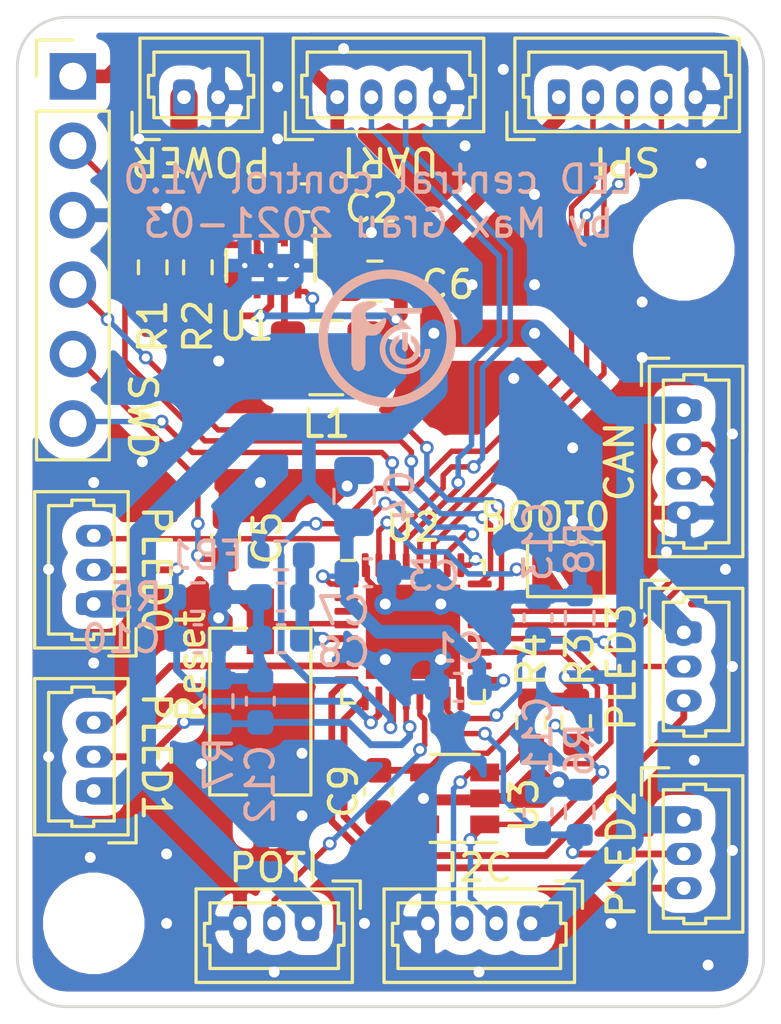
<source format=kicad_pcb>
(kicad_pcb (version 20171130) (host pcbnew 5.1.9-73d0e3b20d~88~ubuntu20.04.1)
  (layers (0 F.Cu signal) (31 B.Cu signal) (34 B.Paste user hide) (35 F.Paste user hide) (36 B.SilkS user) (37 F.SilkS user) (38 B.Mask user hide) (39 F.Mask user hide) (44 Edge.Cuts user))
  (net 0 "")
  (net 1 GND)
  (net 2 +3V3)
  (net 3 Vdrive)
  (net 4 /~RST)
  (net 5 "Net-(C7-Pad1)")
  (net 6 /ADC1_IN9)
  (net 7 /ADC1_IN12)
  (net 8 /ADC1_IN11)
  (net 9 /ADC1_IN15)
  (net 10 /SPI1_MOSI)
  (net 11 /SPI1_MISO)
  (net 12 /SPI1_SCK)
  (net 13 /USART1_RX)
  (net 14 /USART1_TX)
  (net 15 /I2C1_SDA)
  (net 16 /I2C1_SCL)
  (net 17 /TIM2_CH1)
  (net 18 /TIM2_CH3)
  (net 19 /TIM2_CH2)
  (net 20 /TIM2_CH4)
  (net 21 /SWO)
  (net 22 /SWDIO)
  (net 23 /SWDCLK)
  (net 24 /ADC1_IN16)
  (net 25 /CAN1_TX)
  (net 26 /CAN1_RX)
  (net 27 "Net-(JP1-Pad2)")
  (net 28 "Net-(L1-Pad1)")
  (net 29 "Net-(R1-Pad2)")
  (module extraFootprints:netz39-logo (layer B.Cu) (at 175.26 64.008 180)
    (fp_text reference svg2mod hide)
    (fp_text value G*** hide)
  )
  (module Connector_Molex:Molex_PicoBlade_53047-0410_1x04_P1.25mm_Vertical (layer F.Cu) (at 183.134 69.616 270)
    (fp_text reference J11 hide)
    (fp_text value CAN (at 1.88 2.35 90) (layer F.SilkS))
    (pad 4 thru_hole oval (at 3.75 0 270) (size 0.8 1.3) (drill 0.5) (layers *.Cu *.Mask) (net 1 GND))
    (pad 3 thru_hole oval (at 2.5 0 270) (size 0.8 1.3) (drill 0.5) (layers *.Cu *.Mask) (net 25 /CAN1_TX))
    (pad 2 thru_hole oval (at 1.25 0 270) (size 0.8 1.3) (drill 0.5) (layers *.Cu *.Mask) (net 26 /CAN1_RX))
    (pad 1 thru_hole roundrect (at 0 0 270) (size 0.8 1.3) (drill 0.5) (layers *.Cu *.Mask) (net 2 +3V3))
  )
  (module Connector_Molex:Molex_PicoBlade_53047-0310_1x03_P1.25mm_Vertical (layer F.Cu) (at 169.398 88.392 180)
    (fp_text reference J10 hide)
    (fp_text value POTI (at 1.25 2.032) (layer F.SilkS))
    (pad 3 thru_hole oval (at 2.5 0 180) (size 0.8 1.3) (drill 0.5) (layers *.Cu *.Mask) (net 1 GND))
    (pad 2 thru_hole oval (at 1.25 0 180) (size 0.8 1.3) (drill 0.5) (layers *.Cu *.Mask) (net 7 /ADC1_IN12))
    (pad 1 thru_hole roundrect (at 0 0 180) (size 0.8 1.3) (drill 0.5) (layers *.Cu *.Mask) (net 2 +3V3))
  )
  (module Connector_Molex:Molex_PicoBlade_53047-0410_1x04_P1.25mm_Vertical (layer F.Cu) (at 177.526 88.392 180)
    (fp_text reference J4 hide)
    (fp_text value I2C (at 1.88 2.032) (layer F.SilkS))
    (pad 4 thru_hole oval (at 3.75 0 180) (size 0.8 1.3) (drill 0.5) (layers *.Cu *.Mask) (net 1 GND))
    (pad 3 thru_hole oval (at 2.5 0 180) (size 0.8 1.3) (drill 0.5) (layers *.Cu *.Mask) (net 15 /I2C1_SDA))
    (pad 2 thru_hole oval (at 1.25 0 180) (size 0.8 1.3) (drill 0.5) (layers *.Cu *.Mask) (net 16 /I2C1_SCL))
    (pad 1 thru_hole roundrect (at 0 0 180) (size 0.8 1.3) (drill 0.5) (layers *.Cu *.Mask) (net 2 +3V3))
  )
  (module Connector_Molex:Molex_PicoBlade_53047-0410_1x04_P1.25mm_Vertical (layer F.Cu) (at 170.454 58.166)
    (fp_text reference J3 hide)
    (fp_text value UART (at 1.88 2.35 180 unlocked) (layer F.SilkS))
    (pad 4 thru_hole oval (at 3.75 0) (size 0.8 1.3) (drill 0.5) (layers *.Cu *.Mask) (net 1 GND))
    (pad 3 thru_hole oval (at 2.5 0) (size 0.8 1.3) (drill 0.5) (layers *.Cu *.Mask) (net 13 /USART1_RX))
    (pad 2 thru_hole oval (at 1.25 0) (size 0.8 1.3) (drill 0.5) (layers *.Cu *.Mask) (net 14 /USART1_TX))
    (pad 1 thru_hole roundrect (at 0 0) (size 0.8 1.3) (drill 0.5) (layers *.Cu *.Mask) (net 2 +3V3))
  )
  (module Connector_Molex:Molex_PicoBlade_53047-0510_1x05_P1.25mm_Vertical (layer F.Cu) (at 178.562 58.166)
    (fp_text reference J2 hide)
    (fp_text value SPI (at 2.5 2.35 180 unlocked) (layer F.SilkS))
    (pad 5 thru_hole oval (at 5 0) (size 0.8 1.3) (drill 0.5) (layers *.Cu *.Mask) (net 1 GND))
    (pad 4 thru_hole oval (at 3.75 0) (size 0.8 1.3) (drill 0.5) (layers *.Cu *.Mask) (net 10 /SPI1_MOSI))
    (pad 3 thru_hole oval (at 2.5 0) (size 0.8 1.3) (drill 0.5) (layers *.Cu *.Mask) (net 11 /SPI1_MISO))
    (pad 2 thru_hole oval (at 1.25 0) (size 0.8 1.3) (drill 0.5) (layers *.Cu *.Mask) (net 12 /SPI1_SCK))
    (pad 1 thru_hole roundrect (at 0 0) (size 0.8 1.3) (drill 0.5) (layers *.Cu *.Mask) (net 2 +3V3))
  )
  (module Package_TO_SOT_SMD:SOT-23-5 (layer F.Cu) (at 174.752 83.82 180)
    (fp_text reference U3 (at -2.54 -0.254 90) (layer F.SilkS))
    (fp_text value 24LC64)
    (pad 5 smd rect (at 1.1 -0.95 180) (size 1.06 0.65) (layers F.Cu F.Paste F.Mask) (net 1 GND))
    (pad 4 smd rect (at 1.1 0.95 180) (size 1.06 0.65) (layers F.Cu F.Paste F.Mask) (net 2 +3V3))
    (pad 3 smd rect (at -1.1 0.95 180) (size 1.06 0.65) (layers F.Cu F.Paste F.Mask) (net 15 /I2C1_SDA))
    (pad 2 smd rect (at -1.1 0 180) (size 1.06 0.65) (layers F.Cu F.Paste F.Mask) (net 1 GND))
    (pad 1 smd rect (at -1.1 -0.95 180) (size 1.06 0.65) (layers F.Cu F.Paste F.Mask) (net 16 /I2C1_SCL))
  )
  (module Package_DFN_QFN:QFN-32-1EP_5x5mm_P0.5mm_EP3.45x3.45mm (layer F.Cu) (at 173.228 77.724)
    (fp_text reference U2 (at 0 -3.82) (layer F.SilkS))
    (fp_text value STM32L432KBUx)
    (pad 33 smd rect (at 0 0) (size 3.45 3.45) (layers F.Cu F.Mask) (net 1 GND))
    (pad 32 smd roundrect (at -1.75 -2.4375) (size 0.25 0.875) (layers F.Cu F.Paste F.Mask) (net 1 GND))
    (pad 31 smd roundrect (at -1.25 -2.4375) (size 0.25 0.875) (layers F.Cu F.Paste F.Mask) (net 27 "Net-(JP1-Pad2)"))
    (pad 30 smd roundrect (at -0.75 -2.4375) (size 0.25 0.875) (layers F.Cu F.Paste F.Mask) (net 13 /USART1_RX))
    (pad 29 smd roundrect (at -0.25 -2.4375) (size 0.25 0.875) (layers F.Cu F.Paste F.Mask) (net 14 /USART1_TX))
    (pad 28 smd roundrect (at 0.25 -2.4375) (size 0.25 0.875) (layers F.Cu F.Paste F.Mask) (net 10 /SPI1_MOSI))
    (pad 27 smd roundrect (at 0.75 -2.4375) (size 0.25 0.875) (layers F.Cu F.Paste F.Mask) (net 11 /SPI1_MISO))
    (pad 26 smd roundrect (at 1.25 -2.4375) (size 0.25 0.875) (layers F.Cu F.Paste F.Mask) (net 21 /SWO))
    (pad 25 smd roundrect (at 1.75 -2.4375) (size 0.25 0.875) (layers F.Cu F.Paste F.Mask) (net 17 /TIM2_CH1))
    (pad 24 smd roundrect (at 2.4375 -1.75) (size 0.875 0.25) (layers F.Cu F.Paste F.Mask) (net 23 /SWDCLK))
    (pad 23 smd roundrect (at 2.4375 -1.25) (size 0.875 0.25) (layers F.Cu F.Paste F.Mask) (net 22 /SWDIO))
    (pad 22 smd roundrect (at 2.4375 -0.75) (size 0.875 0.25) (layers F.Cu F.Paste F.Mask) (net 25 /CAN1_TX))
    (pad 21 smd roundrect (at 2.4375 -0.25) (size 0.875 0.25) (layers F.Cu F.Paste F.Mask) (net 26 /CAN1_RX))
    (pad 20 smd roundrect (at 2.4375 0.25) (size 0.875 0.25) (layers F.Cu F.Paste F.Mask) (net 15 /I2C1_SDA))
    (pad 19 smd roundrect (at 2.4375 0.75) (size 0.875 0.25) (layers F.Cu F.Paste F.Mask) (net 16 /I2C1_SCL))
    (pad 18 smd roundrect (at 2.4375 1.25) (size 0.875 0.25) (layers F.Cu F.Paste F.Mask))
    (pad 17 smd roundrect (at 2.4375 1.75) (size 0.875 0.25) (layers F.Cu F.Paste F.Mask) (net 2 +3V3))
    (pad 16 smd roundrect (at 1.75 2.4375) (size 0.25 0.875) (layers F.Cu F.Paste F.Mask) (net 1 GND))
    (pad 15 smd roundrect (at 1.25 2.4375) (size 0.25 0.875) (layers F.Cu F.Paste F.Mask) (net 24 /ADC1_IN16))
    (pad 14 smd roundrect (at 0.75 2.4375) (size 0.25 0.875) (layers F.Cu F.Paste F.Mask) (net 9 /ADC1_IN15))
    (pad 13 smd roundrect (at 0.25 2.4375) (size 0.25 0.875) (layers F.Cu F.Paste F.Mask) (net 7 /ADC1_IN12))
    (pad 12 smd roundrect (at -0.25 2.4375) (size 0.25 0.875) (layers F.Cu F.Paste F.Mask) (net 8 /ADC1_IN11))
    (pad 11 smd roundrect (at -0.75 2.4375) (size 0.25 0.875) (layers F.Cu F.Paste F.Mask) (net 12 /SPI1_SCK))
    (pad 10 smd roundrect (at -1.25 2.4375) (size 0.25 0.875) (layers F.Cu F.Paste F.Mask) (net 6 /ADC1_IN9))
    (pad 9 smd roundrect (at -1.75 2.4375) (size 0.25 0.875) (layers F.Cu F.Paste F.Mask) (net 20 /TIM2_CH4))
    (pad 8 smd roundrect (at -2.4375 1.75) (size 0.875 0.25) (layers F.Cu F.Paste F.Mask) (net 18 /TIM2_CH3))
    (pad 7 smd roundrect (at -2.4375 1.25) (size 0.875 0.25) (layers F.Cu F.Paste F.Mask) (net 19 /TIM2_CH2))
    (pad 6 smd roundrect (at -2.4375 0.75) (size 0.875 0.25) (layers F.Cu F.Paste F.Mask))
    (pad 5 smd roundrect (at -2.4375 0.25) (size 0.875 0.25) (layers F.Cu F.Paste F.Mask) (net 5 "Net-(C7-Pad1)"))
    (pad 4 smd roundrect (at -2.4375 -0.25) (size 0.875 0.25) (layers F.Cu F.Paste F.Mask) (net 4 /~RST))
    (pad 3 smd roundrect (at -2.4375 -0.75) (size 0.875 0.25) (layers F.Cu F.Paste F.Mask))
    (pad 2 smd roundrect (at -2.4375 -1.25) (size 0.875 0.25) (layers F.Cu F.Paste F.Mask))
    (pad 1 smd roundrect (at -2.4375 -1.75) (size 0.875 0.25) (layers F.Cu F.Paste F.Mask) (net 2 +3V3))
  )
  (module Package_SON:WSON-10-1EP_2x3mm_P0.5mm_EP0.84x2.4mm_ThermalVias (layer F.Cu) (at 168.021 64.3255 270)
    (fp_text reference U1 (at 2.2225 0.889) (layer F.SilkS))
    (fp_text value TPS62175DQC)
    (pad 11 smd rect (at 0 0 270) (size 0.84 2.4) (layers F.Cu F.Mask) (net 1 GND))
    (pad 10 smd rect (at 0.95 -1 270) (size 0.5 0.25) (layers F.Cu F.Paste F.Mask) (net 2 +3V3))
    (pad 9 smd rect (at 0.95 -0.5 270) (size 0.5 0.25) (layers F.Cu F.Paste F.Mask) (net 28 "Net-(L1-Pad1)"))
    (pad 8 smd rect (at 0.95 0 270) (size 0.5 0.25) (layers F.Cu F.Paste F.Mask) (net 2 +3V3))
    (pad 7 smd rect (at 0.95 0.5 270) (size 0.5 0.25) (layers F.Cu F.Paste F.Mask))
    (pad 6 smd rect (at 0.95 1 270) (size 0.5 0.25) (layers F.Cu F.Paste F.Mask) (net 1 GND))
    (pad 5 smd rect (at -0.95 1 270) (size 0.5 0.25) (layers F.Cu F.Paste F.Mask) (net 29 "Net-(R1-Pad2)"))
    (pad 4 smd rect (at -0.95 0.5 270) (size 0.5 0.25) (layers F.Cu F.Paste F.Mask) (net 1 GND))
    (pad 3 smd rect (at -0.95 0 270) (size 0.5 0.25) (layers F.Cu F.Paste F.Mask) (net 3 Vdrive))
    (pad 2 smd rect (at -0.95 -0.5 270) (size 0.5 0.25) (layers F.Cu F.Paste F.Mask) (net 3 Vdrive))
    (pad 1 smd rect (at -0.95 -1 270) (size 0.5 0.25) (layers F.Cu F.Paste F.Mask) (net 1 GND))
    (pad 11 smd rect (at 0 0 270) (size 0.84 2.4) (layers B.Cu) (net 1 GND))
    (pad 11 thru_hole circle (at 0 0 270) (size 0.5 0.5) (drill 0.2) (layers *.Cu F.Mask) (net 1 GND))
    (pad 11 thru_hole circle (at 0 -0.95 270) (size 0.5 0.5) (drill 0.2) (layers *.Cu F.Mask) (net 1 GND))
    (pad 11 thru_hole circle (at 0 0.95 270) (size 0.5 0.5) (drill 0.2) (layers *.Cu F.Mask) (net 1 GND))
  )
  (module extraFootprints:PTS636_F-leads (layer F.Cu) (at 167.64 80.643 90)
    (fp_text reference SW1 hide)
    (fp_text value SW_Push)
    (fp_text user Reset (at 1.649 -2.54 90) (layer F.SilkS))
    (pad 1 smd rect (at -3.3 0 90) (size 2.4 1) (layers F.Cu F.Paste F.Mask) (net 1 GND))
    (pad 2 smd rect (at 3.3 0 90) (size 2.4 1) (layers F.Cu F.Paste F.Mask) (net 4 /~RST))
  )
  (module Resistor_SMD:R_0603_1608Metric (layer B.Cu) (at 179.324 77.216 90)
    (fp_text reference R8 (at 2.54 0 90) (layer B.SilkS) (effects (justify mirror)))
    (fp_text value 10k)
    (pad 2 smd roundrect (at 0.825 0 90) (size 0.8 0.95) (layers B.Cu B.Paste B.Mask) (net 1 GND))
    (pad 1 smd roundrect (at -0.825 0 90) (size 0.8 0.95) (layers B.Cu B.Paste B.Mask) (net 24 /ADC1_IN16))
  )
  (module Resistor_SMD:R_0603_1608Metric (layer B.Cu) (at 166.116 80.264 90)
    (fp_text reference R7 (at -2.286 0 90) (layer B.SilkS) (effects (justify mirror)))
    (fp_text value 10k)
    (pad 2 smd roundrect (at 0.825 0 90) (size 0.8 0.95) (layers B.Cu B.Paste B.Mask) (net 1 GND))
    (pad 1 smd roundrect (at -0.825 0 90) (size 0.8 0.95) (layers B.Cu B.Paste B.Mask) (net 8 /ADC1_IN11))
  )
  (module Resistor_SMD:R_0603_1608Metric (layer B.Cu) (at 179.324 84.328 90)
    (fp_text reference R6 (at 2.286 0 90) (layer B.SilkS) (effects (justify mirror)))
    (fp_text value 10k)
    (pad 2 smd roundrect (at 0.825 0 90) (size 0.8 0.95) (layers B.Cu B.Paste B.Mask) (net 1 GND))
    (pad 1 smd roundrect (at -0.825 0 90) (size 0.8 0.95) (layers B.Cu B.Paste B.Mask) (net 9 /ADC1_IN15))
  )
  (module Resistor_SMD:R_0603_1608Metric (layer B.Cu) (at 165.354 76.454)
    (fp_text reference R5 (at -2.286 0) (layer B.SilkS) (effects (justify mirror)))
    (fp_text value 10k)
    (pad 2 smd roundrect (at 0.825 0) (size 0.8 0.95) (layers B.Cu B.Paste B.Mask) (net 1 GND))
    (pad 1 smd roundrect (at -0.825 0) (size 0.8 0.95) (layers B.Cu B.Paste B.Mask) (net 6 /ADC1_IN9))
  )
  (module Resistor_SMD:R_0603_1608Metric (layer F.Cu) (at 177.546 81.026 270)
    (fp_text reference R4 (at -2.286 0 270) (layer F.SilkS))
    (fp_text value 2k)
    (pad 2 smd roundrect (at 0.825 0 270) (size 0.8 0.95) (layers F.Cu F.Paste F.Mask) (net 15 /I2C1_SDA))
    (pad 1 smd roundrect (at -0.825 0 270) (size 0.8 0.95) (layers F.Cu F.Paste F.Mask) (net 2 +3V3))
  )
  (module Resistor_SMD:R_0603_1608Metric (layer F.Cu) (at 179.197 81.026 270)
    (fp_text reference R3 (at -2.286 -0.127 270) (layer F.SilkS))
    (fp_text value 2k)
    (pad 2 smd roundrect (at 0.825 0 270) (size 0.8 0.95) (layers F.Cu F.Paste F.Mask) (net 16 /I2C1_SCL))
    (pad 1 smd roundrect (at -0.825 0 270) (size 0.8 0.95) (layers F.Cu F.Paste F.Mask) (net 2 +3V3))
  )
  (module Resistor_SMD:R_0603_1608Metric (layer F.Cu) (at 165.354 64.389 270)
    (fp_text reference R2 (at 2.159 0 270) (layer F.SilkS))
    (fp_text value 1k5)
    (pad 2 smd roundrect (at 0.825 0 270) (size 0.8 0.95) (layers F.Cu F.Paste F.Mask) (net 1 GND))
    (pad 1 smd roundrect (at -0.825 0 270) (size 0.8 0.95) (layers F.Cu F.Paste F.Mask) (net 29 "Net-(R1-Pad2)"))
  )
  (module Resistor_SMD:R_0603_1608Metric (layer F.Cu) (at 163.703 64.389 90)
    (fp_text reference R1 (at -2.159 0 270) (layer F.SilkS))
    (fp_text value 4k7)
    (pad 2 smd roundrect (at 0.825 0 90) (size 0.8 0.95) (layers F.Cu F.Paste F.Mask) (net 29 "Net-(R1-Pad2)"))
    (pad 1 smd roundrect (at -0.825 0 90) (size 0.8 0.95) (layers F.Cu F.Paste F.Mask) (net 2 +3V3))
  )
  (module Inductor_SMD:L_1210_3225Metric (layer F.Cu) (at 170.053 67.691)
    (fp_text reference L1 (at 0 2.413 180) (layer F.SilkS))
    (fp_text value 10u)
    (pad 2 smd roundrect (at 1.4 0) (size 1.25 2.65) (layers F.Cu F.Paste F.Mask) (roundrect_rratio 0.2) (net 2 +3V3))
    (pad 1 smd roundrect (at -1.4 0) (size 1.25 2.65) (layers F.Cu F.Paste F.Mask) (roundrect_rratio 0.2) (net 28 "Net-(L1-Pad1)"))
  )
  (module Jumper:SolderJumper-2_P1.3mm_Open_TrianglePad1.0x1.5mm (layer F.Cu) (at 178.816 75.438 180)
    (fp_text reference JP1 hide)
    (fp_text value SolderJumper_2_Open)
    (fp_text user BOOT0 (at 0.762 1.905 180) (layer F.SilkS))
    (pad 1 smd custom (at -0.725 0 180) (size 0.3 0.3) (layers F.Cu F.Mask) (net 1 GND) (options (clearance outline) (anchor rect)) (primitives (gr_poly (pts (xy -0.5 -0.75) (xy 0.5 -0.75) (xy 1 0) (xy 0.5 0.75) (xy -0.5 0.75)) (width 0))))
    (pad 2 smd custom (at 0.725 0 180) (size 0.3 0.3) (layers F.Cu F.Mask) (net 27 "Net-(JP1-Pad2)") (options (clearance outline) (anchor rect)) (primitives (gr_poly (pts (xy -0.65 -0.75) (xy 0.5 -0.75) (xy 0.5 0.75) (xy -0.65 0.75) (xy -0.15 0)) (width 0))))
  )
  (module Connector_PinHeader_2.54mm:PinHeader_1x06_P2.54mm_Vertical (layer F.Cu) (at 160.782 57.404)
    (fp_text reference J9 hide)
    (fp_text value SWD (at 2.54 12.446 -90 unlocked) (layer F.SilkS))
    (pad 6 thru_hole oval (at 0 12.7) (size 1.7 1.7) (drill 1) (layers *.Cu *.Mask) (net 21 /SWO))
    (pad 5 thru_hole oval (at 0 10.16) (size 1.7 1.7) (drill 1) (layers *.Cu *.Mask) (net 4 /~RST))
    (pad 4 thru_hole oval (at 0 7.62) (size 1.7 1.7) (drill 1) (layers *.Cu *.Mask) (net 22 /SWDIO))
    (pad 3 thru_hole oval (at 0 5.08) (size 1.7 1.7) (drill 1) (layers *.Cu *.Mask) (net 1 GND))
    (pad 2 thru_hole oval (at 0 2.54) (size 1.7 1.7) (drill 1) (layers *.Cu *.Mask) (net 23 /SWDCLK))
    (pad 1 thru_hole rect (at 0 0) (size 1.7 1.7) (drill 1) (layers *.Cu *.Mask) (net 2 +3V3))
  )
  (module Connector_Molex:Molex_PicoBlade_53047-0310_1x03_P1.25mm_Vertical (layer F.Cu) (at 183.134 77.744 270)
    (fp_text reference J8 hide)
    (fp_text value PLED3 (at 1.27 2.286 90) (layer F.SilkS))
    (pad 3 thru_hole oval (at 2.5 0 270) (size 0.8 1.3) (drill 0.5) (layers *.Cu *.Mask) (net 20 /TIM2_CH4))
    (pad 2 thru_hole oval (at 1.25 0 270) (size 0.8 1.3) (drill 0.5) (layers *.Cu *.Mask) (net 24 /ADC1_IN16))
    (pad 1 thru_hole roundrect (at 0 0 270) (size 0.8 1.3) (drill 0.5) (layers *.Cu *.Mask) (net 2 +3V3))
  )
  (module Connector_Molex:Molex_PicoBlade_53047-0310_1x03_P1.25mm_Vertical (layer F.Cu) (at 161.544 83.546 90)
    (fp_text reference J7 hide)
    (fp_text value PLED1 (at 1.25 2.286 270 unlocked) (layer F.SilkS))
    (pad 3 thru_hole oval (at 2.5 0 90) (size 0.8 1.3) (drill 0.5) (layers *.Cu *.Mask) (net 19 /TIM2_CH2))
    (pad 2 thru_hole oval (at 1.25 0 90) (size 0.8 1.3) (drill 0.5) (layers *.Cu *.Mask) (net 8 /ADC1_IN11))
    (pad 1 thru_hole roundrect (at 0 0 90) (size 0.8 1.3) (drill 0.5) (layers *.Cu *.Mask) (net 2 +3V3))
  )
  (module Connector_Molex:Molex_PicoBlade_53047-0310_1x03_P1.25mm_Vertical (layer F.Cu) (at 183.134 84.602 270)
    (fp_text reference J6 hide)
    (fp_text value PLED2 (at 1.25 2.286 90) (layer F.SilkS))
    (pad 3 thru_hole oval (at 2.5 0 270) (size 0.8 1.3) (drill 0.5) (layers *.Cu *.Mask) (net 18 /TIM2_CH3))
    (pad 2 thru_hole oval (at 1.25 0 270) (size 0.8 1.3) (drill 0.5) (layers *.Cu *.Mask) (net 9 /ADC1_IN15))
    (pad 1 thru_hole roundrect (at 0 0 270) (size 0.8 1.3) (drill 0.5) (layers *.Cu *.Mask) (net 2 +3V3))
  )
  (module Connector_Molex:Molex_PicoBlade_53047-0310_1x03_P1.25mm_Vertical (layer F.Cu) (at 161.544 76.708 90)
    (fp_text reference J5 hide)
    (fp_text value PLED0 (at 1.25 2.286 270 unlocked) (layer F.SilkS))
    (pad 3 thru_hole oval (at 2.5 0 90) (size 0.8 1.3) (drill 0.5) (layers *.Cu *.Mask) (net 17 /TIM2_CH1))
    (pad 2 thru_hole oval (at 1.25 0 90) (size 0.8 1.3) (drill 0.5) (layers *.Cu *.Mask) (net 6 /ADC1_IN9))
    (pad 1 thru_hole roundrect (at 0 0 90) (size 0.8 1.3) (drill 0.5) (layers *.Cu *.Mask) (net 2 +3V3))
  )
  (module Connector_Molex:Molex_PicoBlade_53047-0210_1x02_P1.25mm_Vertical (layer F.Cu) (at 164.846 58.166)
    (fp_text reference J1 hide)
    (fp_text value POWER (at 0.62 2.35 180 unlocked) (layer F.SilkS))
    (pad 2 thru_hole oval (at 1.25 0) (size 0.8 1.3) (drill 0.5) (layers *.Cu *.Mask) (net 1 GND))
    (pad 1 thru_hole roundrect (at 0 0) (size 0.8 1.3) (drill 0.5) (layers *.Cu *.Mask) (net 3 Vdrive))
  )
  (module MountingHole:MountingHole_2.7mm_M2.5_ISO14580 (layer F.Cu) (at 161.544 88.392)
    (fp_text reference H2 hide)
    (fp_text value MountingHole)
    (pad 1 np_thru_hole circle (at 0 0) (size 2.7 2.7) (drill 2.7) (layers *.Cu *.Mask))
  )
  (module MountingHole:MountingHole_2.7mm_M2.5_ISO14580 (layer F.Cu) (at 183.134 63.754)
    (fp_text reference H1 hide)
    (fp_text value MountingHole)
    (pad 1 np_thru_hole circle (at 0 0) (size 2.7 2.7) (drill 2.7) (layers *.Cu *.Mask))
  )
  (module Resistor_SMD:R_0603_1608Metric (layer B.Cu) (at 168.402 74.93)
    (fp_text reference FB1 (at -2.794 0 180) (layer B.SilkS) (effects (justify mirror)))
    (fp_text value Ferrite_Bead_Small)
    (pad 2 smd roundrect (at 0.825 0) (size 0.8 0.95) (layers B.Cu B.Paste B.Mask) (net 5 "Net-(C7-Pad1)"))
    (pad 1 smd roundrect (at -0.825 0) (size 0.8 0.95) (layers B.Cu B.Paste B.Mask) (net 2 +3V3))
  )
  (module Capacitor_SMD:C_0603_1608Metric (layer B.Cu) (at 177.8 77.216 90)
    (fp_text reference C13 (at 2.794 0 90) (layer B.SilkS) (effects (justify mirror)))
    (fp_text value 100n)
    (pad 2 smd roundrect (at 0.775 0 90) (size 0.9 0.95) (layers B.Cu B.Paste B.Mask) (net 1 GND))
    (pad 1 smd roundrect (at -0.775 0 90) (size 0.9 0.95) (layers B.Cu B.Paste B.Mask) (net 24 /ADC1_IN16))
  )
  (module Capacitor_SMD:C_0603_1608Metric (layer B.Cu) (at 167.64 80.264 90)
    (fp_text reference C12 (at -3.048 0 90) (layer B.SilkS) (effects (justify mirror)))
    (fp_text value 100n)
    (pad 2 smd roundrect (at 0.775 0 90) (size 0.9 0.95) (layers B.Cu B.Paste B.Mask) (net 1 GND))
    (pad 1 smd roundrect (at -0.775 0 90) (size 0.9 0.95) (layers B.Cu B.Paste B.Mask) (net 8 /ADC1_IN11))
  )
  (module Capacitor_SMD:C_0603_1608Metric (layer B.Cu) (at 177.8 84.328 90)
    (fp_text reference C11 (at 2.794 0 90) (layer B.SilkS) (effects (justify mirror)))
    (fp_text value 100n)
    (pad 2 smd roundrect (at 0.775 0 90) (size 0.9 0.95) (layers B.Cu B.Paste B.Mask) (net 1 GND))
    (pad 1 smd roundrect (at -0.775 0 90) (size 0.9 0.95) (layers B.Cu B.Paste B.Mask) (net 9 /ADC1_IN15))
  )
  (module Capacitor_SMD:C_0603_1608Metric (layer B.Cu) (at 165.354 77.978)
    (fp_text reference C10 (at -2.794 0) (layer B.SilkS) (effects (justify mirror)))
    (fp_text value 100n)
    (pad 2 smd roundrect (at 0.775 0) (size 0.9 0.95) (layers B.Cu B.Paste B.Mask) (net 1 GND))
    (pad 1 smd roundrect (at -0.775 0) (size 0.9 0.95) (layers B.Cu B.Paste B.Mask) (net 6 /ADC1_IN9))
  )
  (module Capacitor_SMD:C_0603_1608Metric (layer F.Cu) (at 171.958 83.566 270)
    (fp_text reference C9 (at 0 1.27 270) (layer F.SilkS))
    (fp_text value 100n)
    (pad 2 smd roundrect (at 0.775 0 270) (size 0.9 0.95) (layers F.Cu F.Paste F.Mask) (net 1 GND))
    (pad 1 smd roundrect (at -0.775 0 270) (size 0.9 0.95) (layers F.Cu F.Paste F.Mask) (net 2 +3V3))
  )
  (module Capacitor_SMD:C_0603_1608Metric (layer B.Cu) (at 168.402 77.978 180)
    (fp_text reference C8 (at -2.286 -0.508 180) (layer B.SilkS) (effects (justify mirror)))
    (fp_text value 10n)
    (pad 2 smd roundrect (at 0.775 0 180) (size 0.9 0.95) (layers B.Cu B.Paste B.Mask) (net 1 GND))
    (pad 1 smd roundrect (at -0.775 0 180) (size 0.9 0.95) (layers B.Cu B.Paste B.Mask) (net 5 "Net-(C7-Pad1)"))
  )
  (module Capacitor_SMD:C_0603_1608Metric (layer B.Cu) (at 168.402 76.454 180)
    (fp_text reference C7 (at -2.286 -0.508 180) (layer B.SilkS) (effects (justify mirror)))
    (fp_text value 1u)
    (pad 2 smd roundrect (at 0.775 0 180) (size 0.9 0.95) (layers B.Cu B.Paste B.Mask) (net 1 GND))
    (pad 1 smd roundrect (at -0.775 0 180) (size 0.9 0.95) (layers B.Cu B.Paste B.Mask) (net 5 "Net-(C7-Pad1)"))
  )
  (module Capacitor_SMD:C_0805_2012Metric (layer F.Cu) (at 171.831 64.897 180)
    (fp_text reference C6 (at -2.667 -0.127 180) (layer F.SilkS))
    (fp_text value 22u)
    (pad 2 smd roundrect (at 0.95 0 180) (size 1 1.45) (layers F.Cu F.Paste F.Mask) (net 1 GND))
    (pad 1 smd roundrect (at -0.95 0 180) (size 1 1.45) (layers F.Cu F.Paste F.Mask) (net 2 +3V3))
  )
  (module Capacitor_SMD:C_0603_1608Metric (layer F.Cu) (at 166.37 74.295 90)
    (fp_text reference C5 (at 0 1.524 90) (layer F.SilkS))
    (fp_text value 100n)
    (pad 2 smd roundrect (at 0.775 0 90) (size 0.9 0.95) (layers F.Cu F.Paste F.Mask) (net 1 GND))
    (pad 1 smd roundrect (at -0.775 0 90) (size 0.9 0.95) (layers F.Cu F.Paste F.Mask) (net 4 /~RST))
  )
  (module Capacitor_SMD:C_0805_2012Metric (layer B.Cu) (at 171.069 72.771 90)
    (fp_text reference C4 (at 0 1.68 90) (layer B.SilkS) (effects (justify mirror)))
    (fp_text value 10u)
    (pad 2 smd roundrect (at 0.95 0 90) (size 1 1.45) (layers B.Cu B.Paste B.Mask) (net 1 GND))
    (pad 1 smd roundrect (at -0.95 0 90) (size 1 1.45) (layers B.Cu B.Paste B.Mask) (net 2 +3V3))
  )
  (module Capacitor_SMD:C_0603_1608Metric (layer B.Cu) (at 171.577 75.565)
    (fp_text reference C3 (at 2.413 0.127) (layer B.SilkS) (effects (justify mirror)))
    (fp_text value 100n)
    (pad 2 smd roundrect (at 0.775 0) (size 0.9 0.95) (layers B.Cu B.Paste B.Mask) (net 1 GND))
    (pad 1 smd roundrect (at -0.775 0) (size 0.9 0.95) (layers B.Cu B.Paste B.Mask) (net 2 +3V3))
  )
  (module Capacitor_SMD:C_0603_1608Metric (layer F.Cu) (at 169.278 61.849)
    (fp_text reference C2 (at 2.426 0.381 180) (layer F.SilkS))
    (fp_text value "2u2 16V")
    (pad 2 smd roundrect (at 0.775 0) (size 0.9 0.95) (layers F.Cu F.Paste F.Mask) (net 1 GND))
    (pad 1 smd roundrect (at -0.775 0) (size 0.9 0.95) (layers F.Cu F.Paste F.Mask) (net 3 Vdrive))
  )
  (module Capacitor_SMD:C_0603_1608Metric (layer B.Cu) (at 174.879 79.756 180)
    (fp_text reference C1 (at 0 1.43) (layer B.SilkS) (effects (justify mirror)))
    (fp_text value 100n)
    (pad 2 smd roundrect (at 0.775 0 180) (size 0.9 0.95) (layers B.Cu B.Paste B.Mask) (net 1 GND))
    (pad 1 smd roundrect (at -0.775 0 180) (size 0.9 0.95) (layers B.Cu B.Paste B.Mask) (net 2 +3V3))
  )
  (gr_text "LED central control v1.0\nby Max Grau 2021-03" (at 171.958 61.976) (layer B.SilkS) (effects (font (size 1 1)) (justify mirror)))
  (gr_arc (start 184.277 57.023) (end 186.055 57.023) (angle -90) (layer Edge.Cuts) (width 0.1))
  (gr_arc (start 184.277 89.662) (end 184.277 91.44) (angle -90) (layer Edge.Cuts) (width 0.1))
  (gr_arc (start 160.528 89.662) (end 158.75 89.662) (angle -90) (layer Edge.Cuts) (width 0.1))
  (gr_arc (start 160.528 57.023) (end 160.528 55.245) (angle -90) (layer Edge.Cuts) (width 0.1))
  (gr_line (start 184.277 55.245) (end 160.528 55.245) (layer Edge.Cuts) (width 0.1))
  (gr_line (start 186.055 89.662) (end 186.055 57.023) (layer Edge.Cuts) (width 0.1))
  (gr_line (start 160.528 91.44) (end 184.277 91.44) (layer Edge.Cuts) (width 0.1))
  (gr_line (start 158.75 57.023) (end 158.75 89.662) (layer Edge.Cuts) (width 0.1))
  (via (at 174.244 76.708) (size 0.8) (drill 0.4) (layers F.Cu B.Cu) (net 1))
  (via (at 172.212 78.74) (size 0.8) (drill 0.4) (layers F.Cu B.Cu) (net 1))
  (via (at 174.244 78.74) (size 0.8) (drill 0.4) (layers F.Cu B.Cu) (net 1))
  (segment (start 174.90301 79.39901) (end 174.244 78.74) (width 0.2) (layer F.Cu) (net 1))
  (segment (start 174.90301 80.08651) (end 174.90301 79.39901) (width 0.2) (layer F.Cu) (net 1))
  (segment (start 174.978 80.1615) (end 174.90301 80.08651) (width 0.2) (layer F.Cu) (net 1))
  (segment (start 167.021 64.3755) (end 167.071 64.3255) (width 0.25) (layer F.Cu) (net 1))
  (segment (start 167.021 65.2755) (end 167.021 64.3755) (width 0.25) (layer F.Cu) (net 1))
  (segment (start 169.021 64.2755) (end 168.971 64.3255) (width 0.25) (layer F.Cu) (net 1))
  (segment (start 169.021 63.3755) (end 169.021 64.2755) (width 0.25) (layer F.Cu) (net 1))
  (segment (start 167.521 63.8255) (end 168.021 64.3255) (width 0.25) (layer F.Cu) (net 1))
  (segment (start 167.521 63.3755) (end 167.521 63.8255) (width 0.25) (layer F.Cu) (net 1))
  (segment (start 170.053 63.9935) (end 169.721 64.3255) (width 0.5) (layer F.Cu) (net 1))
  (segment (start 169.721 64.3255) (end 169.4815 64.3255) (width 0.5) (layer F.Cu) (net 1))
  (segment (start 170.053 61.849) (end 170.053 63.9935) (width 0.5) (layer F.Cu) (net 1))
  (segment (start 168.021 64.3255) (end 169.4815 64.3255) (width 0.5) (layer F.Cu) (net 1))
  (segment (start 170.307 64.897) (end 169.7355 64.3255) (width 0.5) (layer F.Cu) (net 1))
  (segment (start 170.881 64.897) (end 170.307 64.897) (width 0.5) (layer F.Cu) (net 1))
  (segment (start 169.4815 64.3255) (end 169.7355 64.3255) (width 0.5) (layer F.Cu) (net 1))
  (segment (start 166.1825 65.214) (end 167.071 64.3255) (width 0.5) (layer F.Cu) (net 1))
  (segment (start 165.354 65.214) (end 166.1825 65.214) (width 0.5) (layer F.Cu) (net 1))
  (segment (start 174.104 78.88) (end 174.244 78.74) (width 0.25) (layer B.Cu) (net 1))
  (segment (start 174.104 79.756) (end 174.104 78.88) (width 0.25) (layer B.Cu) (net 1))
  (via (at 172.212 76.708) (size 0.8) (drill 0.4) (layers F.Cu B.Cu) (net 1))
  (segment (start 171.55299 75.36149) (end 171.55299 75.811658) (width 0.2) (layer F.Cu) (net 1))
  (segment (start 171.478 75.2865) (end 171.55299 75.36149) (width 0.2) (layer F.Cu) (net 1))
  (segment (start 172.212 76.470668) (end 172.212 76.708) (width 0.2) (layer F.Cu) (net 1))
  (segment (start 171.55299 75.811658) (end 172.212 76.470668) (width 0.2) (layer F.Cu) (net 1))
  (segment (start 172.352 76.568) (end 172.212 76.708) (width 0.25) (layer B.Cu) (net 1))
  (segment (start 172.352 75.565) (end 172.352 76.568) (width 0.25) (layer B.Cu) (net 1))
  (segment (start 172.387 84.77) (end 171.958 84.341) (width 0.25) (layer F.Cu) (net 1))
  (segment (start 173.652 84.77) (end 172.387 84.77) (width 0.25) (layer F.Cu) (net 1))
  (via (at 168.275 59.69) (size 0.8) (drill 0.4) (layers F.Cu B.Cu) (net 1))
  (via (at 175.133 59.944) (size 0.8) (drill 0.4) (layers F.Cu B.Cu) (net 1))
  (via (at 171.704 63.119) (size 0.8) (drill 0.4) (layers F.Cu B.Cu) (net 1))
  (via (at 163.195 59.69) (size 0.8) (drill 0.4) (layers F.Cu B.Cu) (net 1))
  (via (at 164.211 62.23) (size 0.8) (drill 0.4) (layers F.Cu B.Cu) (net 1))
  (via (at 166.116 67.818) (size 0.8) (drill 0.4) (layers F.Cu B.Cu) (net 1))
  (via (at 176.911 68.453) (size 0.8) (drill 0.4) (layers F.Cu B.Cu) (net 1))
  (via (at 179.07 70.993) (size 0.8) (drill 0.4) (layers F.Cu B.Cu) (net 1))
  (via (at 179.07 73.66) (size 0.8) (drill 0.4) (layers F.Cu B.Cu) (net 1))
  (via (at 181.61 67.691) (size 0.8) (drill 0.4) (layers F.Cu B.Cu) (net 1))
  (via (at 181.61 65.659) (size 0.8) (drill 0.4) (layers F.Cu B.Cu) (net 1))
  (via (at 177.673 65.024) (size 0.8) (drill 0.4) (layers F.Cu B.Cu) (net 1))
  (via (at 183.769 60.579) (size 0.8) (drill 0.4) (layers F.Cu B.Cu) (net 1))
  (via (at 177.673 61.722) (size 0.8) (drill 0.4) (layers F.Cu B.Cu) (net 1))
  (via (at 176.53 57.15) (size 0.8) (drill 0.4) (layers F.Cu B.Cu) (net 1))
  (via (at 168.275 57.785) (size 0.8) (drill 0.4) (layers F.Cu B.Cu) (net 1))
  (via (at 170.688 56.388) (size 0.8) (drill 0.4) (layers F.Cu B.Cu) (net 1))
  (via (at 166.116 77.216) (size 0.8) (drill 0.4) (layers F.Cu B.Cu) (net 1))
  (via (at 161.544 78.867) (size 0.8) (drill 0.4) (layers F.Cu B.Cu) (net 1))
  (via (at 161.544 72.263) (size 0.8) (drill 0.4) (layers F.Cu B.Cu) (net 1))
  (via (at 163.322 71.501) (size 0.8) (drill 0.4) (layers F.Cu B.Cu) (net 1))
  (via (at 159.893 75.438) (size 0.8) (drill 0.4) (layers F.Cu B.Cu) (net 1))
  (via (at 159.893 82.296) (size 0.8) (drill 0.4) (layers F.Cu B.Cu) (net 1))
  (via (at 161.417 85.979) (size 0.8) (drill 0.4) (layers F.Cu B.Cu) (net 1))
  (via (at 164.211 88.392) (size 0.8) (drill 0.4) (layers F.Cu B.Cu) (net 1))
  (via (at 168.148 90.17) (size 0.8) (drill 0.4) (layers F.Cu B.Cu) (net 1))
  (via (at 171.45 88.392) (size 0.8) (drill 0.4) (layers F.Cu B.Cu) (net 1))
  (via (at 175.641 90.17) (size 0.8) (drill 0.4) (layers F.Cu B.Cu) (net 1))
  (via (at 180.467 88.392) (size 0.8) (drill 0.4) (layers F.Cu B.Cu) (net 1))
  (via (at 184.023 89.916) (size 0.8) (drill 0.4) (layers F.Cu B.Cu) (net 1))
  (via (at 184.912 85.725) (size 0.8) (drill 0.4) (layers F.Cu B.Cu) (net 1))
  (via (at 183.515 82.423) (size 0.8) (drill 0.4) (layers F.Cu B.Cu) (net 1))
  (via (at 184.912 78.994) (size 0.8) (drill 0.4) (layers F.Cu B.Cu) (net 1))
  (via (at 184.658 75.438) (size 0.8) (drill 0.4) (layers F.Cu B.Cu) (net 1))
  (via (at 184.912 70.485) (size 0.8) (drill 0.4) (layers F.Cu B.Cu) (net 1))
  (via (at 175.387 65.024) (size 0.8) (drill 0.4) (layers F.Cu B.Cu) (net 1))
  (via (at 173.609 83.82) (size 0.8) (drill 0.4) (layers F.Cu B.Cu) (net 1))
  (segment (start 173.609 84.727) (end 173.652 84.77) (width 0.4) (layer F.Cu) (net 1))
  (segment (start 173.609 83.82) (end 173.609 84.727) (width 0.4) (layer F.Cu) (net 1))
  (segment (start 173.663428 83.874428) (end 173.609 83.82) (width 0.4) (layer F.Cu) (net 1))
  (segment (start 175.797572 83.874428) (end 173.663428 83.874428) (width 0.4) (layer F.Cu) (net 1))
  (segment (start 175.852 83.82) (end 175.797572 83.874428) (width 0.4) (layer F.Cu) (net 1))
  (via (at 178.550786 83.231503) (size 0.8) (drill 0.4) (layers F.Cu B.Cu) (net 1))
  (segment (start 177.962289 83.82) (end 178.550786 83.231503) (width 0.4) (layer F.Cu) (net 1))
  (segment (start 175.852 83.82) (end 177.962289 83.82) (width 0.4) (layer F.Cu) (net 1))
  (segment (start 178.121497 83.231503) (end 177.8 83.553) (width 0.4) (layer B.Cu) (net 1))
  (segment (start 178.550786 83.231503) (end 178.121497 83.231503) (width 0.4) (layer B.Cu) (net 1))
  (via (at 182.499 74.803) (size 0.8) (drill 0.4) (layers F.Cu B.Cu) (net 1))
  (via (at 169.164 84.455) (size 0.8) (drill 0.4) (layers F.Cu B.Cu) (net 1))
  (via (at 169.164 82.169) (size 0.8) (drill 0.4) (layers F.Cu B.Cu) (net 1))
  (via (at 165.481 82.55) (size 0.8) (drill 0.4) (layers F.Cu B.Cu) (net 1))
  (via (at 164.211 85.852) (size 0.8) (drill 0.4) (layers F.Cu B.Cu) (net 1))
  (via (at 167.64 72.263) (size 0.8) (drill 0.4) (layers F.Cu B.Cu) (net 1))
  (via (at 170.815 72.39) (size 0.8) (drill 0.4) (layers F.Cu B.Cu) (net 1))
  (segment (start 170.815 72.075) (end 171.069 71.821) (width 0.2) (layer B.Cu) (net 1))
  (segment (start 170.815 72.39) (end 170.815 72.075) (width 0.2) (layer B.Cu) (net 1))
  (segment (start 170.4975 64.3255) (end 171.704 63.119) (width 0.5) (layer B.Cu) (net 1))
  (segment (start 168.971 64.3255) (end 170.4975 64.3255) (width 0.5) (layer B.Cu) (net 1))
  (segment (start 166.3065 64.3255) (end 164.211 62.23) (width 0.5) (layer B.Cu) (net 1))
  (segment (start 167.071 64.3255) (end 166.3065 64.3255) (width 0.5) (layer B.Cu) (net 1))
  (segment (start 168.021 64.3255) (end 168.021 62.865) (width 0.5) (layer B.Cu) (net 1))
  (segment (start 168.021 62.865) (end 168.402 62.484) (width 0.5) (layer B.Cu) (net 1))
  (segment (start 167.071 64.3255) (end 167.071 64.958) (width 0.5) (layer B.Cu) (net 1))
  (segment (start 168.021 64.3255) (end 168.021 65.151) (width 0.5) (layer B.Cu) (net 1))
  (segment (start 166.878 65.151) (end 166.751 65.278) (width 0.5) (layer B.Cu) (net 1))
  (segment (start 166.751 65.278) (end 166.243 65.786) (width 0.5) (layer B.Cu) (net 1))
  (segment (start 168.021 65.151) (end 166.878 65.151) (width 0.5) (layer B.Cu) (net 1))
  (segment (start 167.071 64.958) (end 166.751 65.278) (width 0.5) (layer B.Cu) (net 1))
  (segment (start 168.021 65.151) (end 168.656 65.151) (width 0.5) (layer B.Cu) (net 1))
  (segment (start 168.971 64.836) (end 168.971 64.3255) (width 0.5) (layer B.Cu) (net 1))
  (segment (start 168.656 65.151) (end 168.971 64.836) (width 0.5) (layer B.Cu) (net 1))
  (segment (start 167.071 64.3255) (end 167.071 62.931) (width 0.5) (layer B.Cu) (net 1))
  (segment (start 168.971 64.3255) (end 168.971 63.185) (width 0.5) (layer B.Cu) (net 1))
  (segment (start 168.971 63.185) (end 169.291 62.865) (width 0.5) (layer B.Cu) (net 1))
  (segment (start 170.053 61.468) (end 168.275 59.69) (width 0.5) (layer F.Cu) (net 1))
  (segment (start 170.053 61.849) (end 170.053 61.468) (width 0.5) (layer F.Cu) (net 1))
  (segment (start 170.434 61.849) (end 171.704 63.119) (width 0.5) (layer F.Cu) (net 1))
  (segment (start 170.053 61.849) (end 170.434 61.849) (width 0.5) (layer F.Cu) (net 1))
  (via (at 167.64 66.167) (size 0.5) (drill 0.3) (layers F.Cu B.Cu) (net 2))
  (segment (start 168.021 65.786) (end 167.64 66.167) (width 0.25) (layer F.Cu) (net 2))
  (segment (start 168.021 65.2755) (end 168.021 65.786) (width 0.25) (layer F.Cu) (net 2))
  (segment (start 172.466 66.167) (end 172.593 66.294) (width 0.25) (layer B.Cu) (net 2))
  (via (at 172.593 66.294) (size 0.5) (drill 0.3) (layers F.Cu B.Cu) (net 2))
  (segment (start 172.781 66.106) (end 172.593 66.294) (width 0.5) (layer F.Cu) (net 2))
  (segment (start 172.781 64.897) (end 172.781 66.106) (width 0.5) (layer F.Cu) (net 2))
  (segment (start 171.453 67.434) (end 172.593 66.294) (width 0.5) (layer F.Cu) (net 2))
  (segment (start 171.453 67.691) (end 171.453 67.434) (width 0.5) (layer F.Cu) (net 2))
  (segment (start 164.656 66.167) (end 163.703 65.214) (width 0.25) (layer F.Cu) (net 2))
  (segment (start 167.64 66.167) (end 164.656 66.167) (width 0.25) (layer F.Cu) (net 2))
  (via (at 176.53 79.502) (size 0.5) (drill 0.3) (layers F.Cu B.Cu) (net 2))
  (segment (start 176.276 79.756) (end 176.53 79.502) (width 0.25) (layer B.Cu) (net 2))
  (segment (start 175.654 79.756) (end 176.276 79.756) (width 0.25) (layer B.Cu) (net 2))
  (segment (start 175.6935 79.502) (end 175.6655 79.474) (width 0.25) (layer F.Cu) (net 2))
  (segment (start 176.53 79.502) (end 175.6935 79.502) (width 0.25) (layer F.Cu) (net 2))
  (segment (start 170.754 75.517) (end 170.802 75.565) (width 0.5) (layer B.Cu) (net 2))
  (segment (start 170.802 76.556002) (end 171.969998 77.724) (width 0.5) (layer B.Cu) (net 2))
  (segment (start 170.802 75.565) (end 170.802 76.556002) (width 0.5) (layer B.Cu) (net 2))
  (segment (start 175.654 78.891998) (end 175.654 79.756) (width 0.5) (layer B.Cu) (net 2))
  (segment (start 174.486002 77.724) (end 175.654 78.891998) (width 0.5) (layer B.Cu) (net 2))
  (segment (start 171.969998 77.724) (end 174.486002 77.724) (width 0.5) (layer B.Cu) (net 2))
  (via (at 173.99 66.802) (size 0.8) (drill 0.4) (layers F.Cu B.Cu) (net 2))
  (segment (start 173.863 66.675) (end 173.99 66.802) (width 0.5) (layer F.Cu) (net 2))
  (segment (start 172.781 64.897) (end 173.736 64.897) (width 0.5) (layer F.Cu) (net 2))
  (segment (start 163.322 75.913192) (end 163.322 82.804) (width 1) (layer B.Cu) (net 2))
  (segment (start 163.322 82.804) (end 167.132 86.614) (width 1) (layer B.Cu) (net 2))
  (segment (start 183.134 69.616) (end 180.868 69.616) (width 1) (layer B.Cu) (net 2))
  (segment (start 181.752002 84.602) (end 181.163001 84.012999) (width 1) (layer B.Cu) (net 2))
  (segment (start 183.134 84.602) (end 181.752002 84.602) (width 1) (layer B.Cu) (net 2))
  (segment (start 181.163001 75.793001) (end 181.163001 75.245001) (width 1) (layer B.Cu) (net 2))
  (segment (start 183.114 77.744) (end 181.163001 75.793001) (width 1) (layer B.Cu) (net 2))
  (segment (start 183.134 77.744) (end 183.114 77.744) (width 1) (layer B.Cu) (net 2))
  (segment (start 181.163001 69.911001) (end 180.868 69.616) (width 1) (layer B.Cu) (net 2))
  (segment (start 181.163001 75.245001) (end 181.163001 69.911001) (width 1) (layer B.Cu) (net 2))
  (segment (start 162.58 83.546) (end 163.322 82.804) (width 1) (layer B.Cu) (net 2))
  (segment (start 161.544 83.546) (end 162.58 83.546) (width 1) (layer B.Cu) (net 2))
  (segment (start 162.527192 76.708) (end 163.322 75.913192) (width 1) (layer B.Cu) (net 2))
  (segment (start 161.544 76.708) (end 162.527192 76.708) (width 1) (layer B.Cu) (net 2))
  (segment (start 168.175649 86.614) (end 167.132 86.614) (width 1) (layer B.Cu) (net 2))
  (segment (start 169.398 87.836351) (end 168.175649 86.614) (width 1) (layer B.Cu) (net 2))
  (segment (start 169.398 88.392) (end 169.398 87.836351) (width 1) (layer B.Cu) (net 2))
  (segment (start 181.163001 84.012999) (end 181.163001 85.282999) (width 1) (layer B.Cu) (net 2))
  (segment (start 178.054 88.392) (end 177.526 88.392) (width 1) (layer B.Cu) (net 2))
  (segment (start 181.163001 85.282999) (end 178.054 88.392) (width 1) (layer B.Cu) (net 2))
  (segment (start 173.573 82.791) (end 173.652 82.87) (width 0.25) (layer F.Cu) (net 2))
  (segment (start 171.958 82.791) (end 173.573 82.791) (width 0.25) (layer F.Cu) (net 2))
  (segment (start 170.454 59.964) (end 170.454 58.166) (width 0.5) (layer F.Cu) (net 2))
  (segment (start 173.99 63.5) (end 170.454 59.964) (width 0.5) (layer F.Cu) (net 2))
  (segment (start 178.562 58.928) (end 178.562 58.166) (width 0.5) (layer F.Cu) (net 2))
  (segment (start 173.99 63.5) (end 178.562 58.928) (width 0.5) (layer F.Cu) (net 2))
  (segment (start 173.99 63.5) (end 173.99 66.802) (width 1) (layer F.Cu) (net 2))
  (via (at 177.673 66.802) (size 0.8) (drill 0.4) (layers F.Cu B.Cu) (net 2))
  (segment (start 173.99 66.802) (end 177.673 66.802) (width 1) (layer F.Cu) (net 2))
  (segment (start 180.487 69.616) (end 177.673 66.802) (width 1) (layer B.Cu) (net 2))
  (segment (start 180.868 69.616) (end 180.487 69.616) (width 1) (layer B.Cu) (net 2))
  (segment (start 163.322 74.168) (end 163.322 75.913192) (width 1) (layer B.Cu) (net 2))
  (segment (start 165.921009 71.568991) (end 163.322 74.168) (width 1) (layer B.Cu) (net 2))
  (segment (start 173.99 66.802) (end 173.99 68.707) (width 1) (layer B.Cu) (net 2))
  (segment (start 173.99 68.707) (end 173.99 68.834) (width 1) (layer B.Cu) (net 2))
  (segment (start 173.99 68.834) (end 172.593 70.231) (width 1) (layer B.Cu) (net 2))
  (segment (start 167.259 70.231) (end 165.921009 71.568991) (width 1) (layer B.Cu) (net 2))
  (segment (start 169.418 70.231) (end 169.418 71.882) (width 0.5) (layer B.Cu) (net 2))
  (segment (start 172.593 70.231) (end 169.418 70.231) (width 1) (layer B.Cu) (net 2))
  (segment (start 169.418 70.231) (end 167.259 70.231) (width 1) (layer B.Cu) (net 2))
  (segment (start 169.418 72.324) (end 169.418 71.882) (width 0.5) (layer B.Cu) (net 2))
  (segment (start 167.577 74.165) (end 167.577 74.93) (width 0.5) (layer B.Cu) (net 2))
  (segment (start 169.418 72.324) (end 167.577 74.165) (width 0.5) (layer B.Cu) (net 2))
  (segment (start 170.769002 73.721) (end 171.069 73.721) (width 0.5) (layer B.Cu) (net 2))
  (segment (start 169.418 72.369998) (end 170.769002 73.721) (width 0.5) (layer B.Cu) (net 2))
  (segment (start 169.418 72.324) (end 169.418 72.369998) (width 0.5) (layer B.Cu) (net 2))
  (segment (start 170.802 73.988) (end 171.069 73.721) (width 0.5) (layer B.Cu) (net 2))
  (segment (start 170.802 75.565) (end 170.802 73.988) (width 0.5) (layer B.Cu) (net 2))
  (via (at 169.926 75.692) (size 0.5) (drill 0.3) (layers F.Cu B.Cu) (net 2))
  (segment (start 170.208 75.974) (end 169.926 75.692) (width 0.2) (layer F.Cu) (net 2))
  (segment (start 170.7905 75.974) (end 170.208 75.974) (width 0.2) (layer F.Cu) (net 2))
  (segment (start 170.675 75.692) (end 170.802 75.565) (width 0.2) (layer B.Cu) (net 2))
  (segment (start 169.926 75.692) (end 170.675 75.692) (width 0.2) (layer B.Cu) (net 2))
  (segment (start 160.782 57.404) (end 162.052 57.404) (width 0.5) (layer F.Cu) (net 2))
  (segment (start 162.052 57.404) (end 162.941 56.515) (width 0.5) (layer F.Cu) (net 2))
  (segment (start 168.803 56.515) (end 170.454 58.166) (width 0.5) (layer F.Cu) (net 2))
  (segment (start 162.941 56.515) (end 168.803 56.515) (width 0.5) (layer F.Cu) (net 2))
  (segment (start 177.546 80.201) (end 179.197 80.201) (width 0.5) (layer F.Cu) (net 2))
  (via (at 178.808091 79.382909) (size 0.5) (drill 0.3) (layers F.Cu B.Cu) (net 2))
  (segment (start 179.197 79.771818) (end 178.808091 79.382909) (width 0.5) (layer F.Cu) (net 2))
  (segment (start 179.197 80.201) (end 179.197 79.771818) (width 0.5) (layer F.Cu) (net 2))
  (segment (start 181.109909 79.382909) (end 181.163001 79.436001) (width 0.5) (layer B.Cu) (net 2))
  (segment (start 178.808091 79.382909) (end 181.109909 79.382909) (width 0.5) (layer B.Cu) (net 2))
  (segment (start 181.163001 79.436001) (end 181.163001 84.012999) (width 1) (layer B.Cu) (net 2))
  (segment (start 181.163001 75.245001) (end 181.163001 79.436001) (width 1) (layer B.Cu) (net 2))
  (segment (start 177.546 80.573011) (end 175.950011 82.169) (width 0.2) (layer F.Cu) (net 2))
  (segment (start 177.546 80.201) (end 177.546 80.573011) (width 0.2) (layer F.Cu) (net 2))
  (segment (start 174.353 82.169) (end 173.652 82.87) (width 0.2) (layer F.Cu) (net 2))
  (segment (start 175.950011 82.169) (end 174.353 82.169) (width 0.2) (layer F.Cu) (net 2))
  (via (at 169.545 65.532) (size 0.5) (drill 0.3) (layers F.Cu B.Cu) (net 2))
  (segment (start 169.2885 65.2755) (end 169.545 65.532) (width 0.2) (layer F.Cu) (net 2))
  (segment (start 169.021 65.2755) (end 169.2885 65.2755) (width 0.2) (layer F.Cu) (net 2))
  (segment (start 169.545 66.04) (end 169.418 66.167) (width 0.2) (layer B.Cu) (net 2))
  (segment (start 169.545 65.532) (end 169.545 66.04) (width 0.2) (layer B.Cu) (net 2))
  (segment (start 169.418 66.167) (end 172.466 66.167) (width 0.25) (layer B.Cu) (net 2))
  (segment (start 167.64 66.167) (end 169.418 66.167) (width 0.25) (layer B.Cu) (net 2))
  (segment (start 168.521 63.3755) (end 168.521 61.867) (width 0.25) (layer F.Cu) (net 3))
  (segment (start 168.021 63.3755) (end 168.521 63.3755) (width 0.25) (layer F.Cu) (net 3))
  (segment (start 164.846 60.579) (end 164.846 58.166) (width 1) (layer F.Cu) (net 3))
  (segment (start 166.116 61.849) (end 164.846 60.579) (width 1) (layer F.Cu) (net 3))
  (segment (start 168.503 61.849) (end 166.116 61.849) (width 1) (layer F.Cu) (net 3))
  (segment (start 166.37 76.073) (end 167.64 77.343) (width 0.2) (layer F.Cu) (net 4))
  (segment (start 166.37 75.07) (end 166.37 76.073) (width 0.2) (layer F.Cu) (net 4))
  (segment (start 167.724999 77.427999) (end 167.64 77.343) (width 0.2) (layer F.Cu) (net 4))
  (segment (start 170.744499 77.427999) (end 167.724999 77.427999) (width 0.2) (layer F.Cu) (net 4))
  (segment (start 170.7905 77.474) (end 170.744499 77.427999) (width 0.2) (layer F.Cu) (net 4))
  (via (at 165.354 74.93) (size 0.5) (drill 0.3) (layers F.Cu B.Cu) (net 4))
  (segment (start 165.494 75.07) (end 165.354 74.93) (width 0.2) (layer F.Cu) (net 4))
  (segment (start 166.37 75.07) (end 165.494 75.07) (width 0.2) (layer F.Cu) (net 4))
  (via (at 165.354 73.76999) (size 0.5) (drill 0.3) (layers F.Cu B.Cu) (net 4))
  (segment (start 165.354 74.93) (end 165.354 73.76999) (width 0.2) (layer B.Cu) (net 4))
  (segment (start 165.354 72.136) (end 160.782 67.564) (width 0.2) (layer F.Cu) (net 4))
  (segment (start 165.354 73.76999) (end 165.354 72.136) (width 0.2) (layer F.Cu) (net 4))
  (segment (start 169.926 77.978) (end 170.7865 77.978) (width 0.25) (layer F.Cu) (net 5))
  (segment (start 169.913 77.965) (end 169.926 77.978) (width 0.25) (layer B.Cu) (net 5))
  (via (at 169.926 77.978) (size 0.5) (drill 0.3) (layers F.Cu B.Cu) (net 5))
  (segment (start 170.7865 77.978) (end 170.7905 77.974) (width 0.25) (layer F.Cu) (net 5))
  (segment (start 169.177 74.98) (end 169.177 76.454) (width 0.5) (layer B.Cu) (net 5))
  (segment (start 169.227 74.93) (end 169.177 74.98) (width 0.5) (layer B.Cu) (net 5))
  (segment (start 169.177 76.454) (end 169.177 77.978) (width 0.5) (layer B.Cu) (net 5))
  (segment (start 169.177 77.978) (end 169.926 77.978) (width 0.5) (layer B.Cu) (net 5))
  (via (at 164.592 75.438) (size 0.5) (drill 0.3) (layers F.Cu B.Cu) (net 6))
  (segment (start 164.572 75.458) (end 164.592 75.438) (width 0.25) (layer F.Cu) (net 6))
  (segment (start 161.544 75.458) (end 164.572 75.458) (width 0.25) (layer F.Cu) (net 6))
  (segment (start 164.529 77.928) (end 164.579 77.978) (width 0.25) (layer B.Cu) (net 6))
  (segment (start 164.529 76.454) (end 164.529 77.928) (width 0.25) (layer B.Cu) (net 6))
  (segment (start 164.529 75.501) (end 164.592 75.438) (width 0.25) (layer B.Cu) (net 6))
  (segment (start 164.529 76.454) (end 164.529 75.501) (width 0.25) (layer B.Cu) (net 6))
  (segment (start 165.730022 80.2705) (end 167.1385 80.2705) (width 0.25) (layer B.Cu) (net 6))
  (segment (start 167.1385 80.2705) (end 167.145 80.264) (width 0.25) (layer B.Cu) (net 6))
  (segment (start 164.579 79.119478) (end 165.730022 80.2705) (width 0.25) (layer B.Cu) (net 6))
  (segment (start 164.579 77.978) (end 164.579 79.119478) (width 0.25) (layer B.Cu) (net 6))
  (via (at 171.685086 81.044914) (size 0.5) (drill 0.3) (layers F.Cu B.Cu) (net 6))
  (segment (start 171.978 80.752) (end 171.685086 81.044914) (width 0.25) (layer F.Cu) (net 6))
  (segment (start 171.978 80.1615) (end 171.978 80.752) (width 0.25) (layer F.Cu) (net 6))
  (segment (start 170.904172 80.264) (end 170.434 80.264) (width 0.25) (layer B.Cu) (net 6))
  (segment (start 171.685086 81.044914) (end 170.904172 80.264) (width 0.25) (layer B.Cu) (net 6))
  (segment (start 167.145 80.264) (end 170.434 80.264) (width 0.25) (layer B.Cu) (net 6))
  (segment (start 177.85 85.153) (end 177.8 85.103) (width 0.25) (layer B.Cu) (net 9))
  (segment (start 179.324 85.153) (end 177.85 85.153) (width 0.25) (layer B.Cu) (net 9))
  (via (at 179.07 85.785) (size 0.5) (drill 0.3) (layers F.Cu B.Cu) (net 9))
  (segment (start 179.324 85.531) (end 179.07 85.785) (width 0.25) (layer B.Cu) (net 9))
  (segment (start 179.324 85.153) (end 179.324 85.531) (width 0.25) (layer B.Cu) (net 9))
  (segment (start 179.137 85.852) (end 179.07 85.785) (width 0.25) (layer F.Cu) (net 9))
  (segment (start 183.134 85.852) (end 179.137 85.852) (width 0.25) (layer F.Cu) (net 9))
  (via (at 173.482 82.042) (size 0.5) (drill 0.3) (layers F.Cu B.Cu) (net 7))
  (via (at 164.846 81.026) (size 0.5) (drill 0.3) (layers F.Cu B.Cu) (net 8))
  (segment (start 163.576 82.296) (end 164.846 81.026) (width 0.25) (layer F.Cu) (net 8))
  (segment (start 161.544 82.296) (end 163.576 82.296) (width 0.25) (layer F.Cu) (net 8))
  (segment (start 166.053 81.026) (end 166.116 81.089) (width 0.25) (layer B.Cu) (net 8))
  (segment (start 164.846 81.026) (end 166.053 81.026) (width 0.25) (layer B.Cu) (net 8))
  (segment (start 167.59 81.089) (end 167.64 81.039) (width 0.25) (layer B.Cu) (net 8))
  (segment (start 166.116 81.089) (end 167.59 81.089) (width 0.25) (layer B.Cu) (net 8))
  (segment (start 167.64 81.039) (end 170.865998 81.039) (width 0.25) (layer B.Cu) (net 8))
  (segment (start 170.865998 81.039) (end 171.681999 81.855001) (width 0.25) (layer B.Cu) (net 8))
  (segment (start 172.616825 81.855001) (end 171.890999 81.855001) (width 0.25) (layer B.Cu) (net 8))
  (segment (start 171.681999 81.855001) (end 171.890999 81.855001) (width 0.25) (layer B.Cu) (net 8))
  (via (at 173.103327 81.206386) (size 0.5) (drill 0.3) (layers F.Cu B.Cu) (net 8))
  (segment (start 172.808265 81.855001) (end 171.890999 81.855001) (width 0.25) (layer B.Cu) (net 8))
  (segment (start 173.103327 81.559939) (end 172.808265 81.855001) (width 0.25) (layer B.Cu) (net 8))
  (segment (start 173.103327 81.206386) (end 173.103327 81.559939) (width 0.25) (layer B.Cu) (net 8))
  (segment (start 172.978 81.081059) (end 173.103327 81.206386) (width 0.2) (layer F.Cu) (net 8))
  (segment (start 172.978 80.1615) (end 172.978 81.081059) (width 0.2) (layer F.Cu) (net 8))
  (segment (start 177.85 78.041) (end 177.8 77.991) (width 0.25) (layer B.Cu) (net 24))
  (segment (start 179.324 78.041) (end 177.85 78.041) (width 0.25) (layer B.Cu) (net 24))
  (via (at 180.213 78.105) (size 0.5) (drill 0.3) (layers F.Cu B.Cu) (net 24))
  (segment (start 180.149 78.041) (end 180.213 78.105) (width 0.2) (layer B.Cu) (net 24))
  (segment (start 179.324 78.041) (end 180.149 78.041) (width 0.2) (layer B.Cu) (net 24))
  (segment (start 181.102 78.994) (end 180.213 78.105) (width 0.2) (layer F.Cu) (net 24))
  (segment (start 183.134 78.994) (end 181.102 78.994) (width 0.2) (layer F.Cu) (net 24))
  (segment (start 177.122999 79.925001) (end 177.122999 78.668001) (width 0.2) (layer B.Cu) (net 24))
  (segment (start 177.122999 78.668001) (end 177.8 77.991) (width 0.2) (layer B.Cu) (net 24))
  (via (at 180.763 61.341) (size 0.5) (drill 0.3) (layers F.Cu B.Cu) (net 10))
  (segment (start 182.312 59.792) (end 180.763 61.341) (width 0.2) (layer F.Cu) (net 10))
  (segment (start 182.312 58.166) (end 182.312 59.792) (width 0.2) (layer F.Cu) (net 10))
  (via (at 179.578 62.484) (size 0.5) (drill 0.3) (layers F.Cu B.Cu) (net 10))
  (segment (start 180.721 61.341) (end 179.578 62.484) (width 0.2) (layer B.Cu) (net 10))
  (segment (start 180.763 61.341) (end 180.721 61.341) (width 0.2) (layer B.Cu) (net 10))
  (segment (start 179.578 62.484) (end 179.578 68.141302) (width 0.2) (layer F.Cu) (net 10))
  (segment (start 173.478 74.4433) (end 173.478 75.2865) (width 0.2) (layer F.Cu) (net 10))
  (segment (start 179.578 68.3433) (end 173.478 74.4433) (width 0.2) (layer F.Cu) (net 10))
  (segment (start 179.578 68.141302) (end 179.578 68.3433) (width 0.2) (layer F.Cu) (net 10))
  (segment (start 173.978 74.508998) (end 173.978 75.2865) (width 0.2) (layer F.Cu) (net 11))
  (segment (start 175.715998 72.771) (end 173.978 74.508998) (width 0.2) (layer F.Cu) (net 11))
  (segment (start 181.062 60.111) (end 180.213 60.96) (width 0.2) (layer F.Cu) (net 11))
  (segment (start 181.062 58.166) (end 181.062 60.111) (width 0.2) (layer F.Cu) (net 11))
  (segment (start 180.213 67.31) (end 180.213 68.273998) (width 0.2) (layer F.Cu) (net 11))
  (segment (start 175.715998 72.771) (end 179.932999 68.553999) (width 0.2) (layer F.Cu) (net 11))
  (segment (start 180.213 68.273998) (end 179.932999 68.553999) (width 0.2) (layer F.Cu) (net 11))
  (segment (start 180.213 60.96) (end 180.213 67.31) (width 0.2) (layer F.Cu) (net 11))
  (via (at 172.403412 81.217412) (size 0.5) (drill 0.3) (layers F.Cu B.Cu) (net 12))
  (segment (start 172.478 81.142824) (end 172.403412 81.217412) (width 0.25) (layer F.Cu) (net 12))
  (segment (start 172.478 80.1615) (end 172.478 81.142824) (width 0.25) (layer F.Cu) (net 12))
  (segment (start 172.403412 80.863859) (end 171.041553 79.502) (width 0.25) (layer B.Cu) (net 12))
  (segment (start 172.403412 81.217412) (end 172.403412 80.863859) (width 0.25) (layer B.Cu) (net 12))
  (segment (start 171.041553 79.502) (end 169.418 79.502) (width 0.25) (layer B.Cu) (net 12))
  (segment (start 169.418 79.502) (end 168.402 78.486) (width 0.25) (layer B.Cu) (net 12))
  (via (at 175.451241 71.692241) (size 0.5) (drill 0.3) (layers F.Cu B.Cu) (net 13))
  (segment (start 172.478 74.311904) (end 172.478 75.2865) (width 0.2) (layer F.Cu) (net 13))
  (segment (start 174.32974 72.460164) (end 172.478 74.311904) (width 0.2) (layer F.Cu) (net 13))
  (segment (start 174.32974 71.99974) (end 174.32974 72.460164) (width 0.2) (layer F.Cu) (net 13))
  (segment (start 174.637239 71.692241) (end 174.32974 71.99974) (width 0.2) (layer F.Cu) (net 13))
  (segment (start 175.451241 71.692241) (end 174.637239 71.692241) (width 0.2) (layer F.Cu) (net 13))
  (segment (start 175.36799 70.59299) (end 175.36799 70.735668) (width 0.2) (layer B.Cu) (net 14))
  (via (at 174.879741 72.263741) (size 0.5) (drill 0.3) (layers F.Cu B.Cu) (net 14))
  (segment (start 172.978 74.377602) (end 172.978 75.2865) (width 0.2) (layer F.Cu) (net 14))
  (segment (start 174.879741 72.475861) (end 172.978 74.377602) (width 0.2) (layer F.Cu) (net 14))
  (segment (start 174.879741 72.263741) (end 174.879741 72.475861) (width 0.2) (layer F.Cu) (net 14))
  (segment (start 174.879741 71.373259) (end 175.36799 70.88501) (width 0.2) (layer B.Cu) (net 14))
  (segment (start 174.879741 72.263741) (end 174.879741 71.373259) (width 0.2) (layer B.Cu) (net 14))
  (segment (start 175.36799 70.88501) (end 175.36799 70.59299) (width 0.2) (layer B.Cu) (net 14))
  (segment (start 177.416 81.981) (end 177.546 81.851) (width 0.25) (layer F.Cu) (net 15))
  (via (at 174.956256 83.224427) (size 0.5) (drill 0.3) (layers F.Cu B.Cu) (net 15))
  (segment (start 175.310683 82.87) (end 174.956256 83.224427) (width 0.2) (layer F.Cu) (net 15))
  (segment (start 175.852 82.87) (end 175.310683 82.87) (width 0.2) (layer F.Cu) (net 15))
  (segment (start 178.014878 81.851) (end 177.546 81.851) (width 0.2) (layer F.Cu) (net 15))
  (segment (start 180.467 81.763122) (end 179.679112 82.55101) (width 0.2) (layer F.Cu) (net 15))
  (segment (start 179.679112 82.55101) (end 178.714888 82.55101) (width 0.2) (layer F.Cu) (net 15))
  (segment (start 180.467 79.698301) (end 180.467 81.763122) (width 0.2) (layer F.Cu) (net 15))
  (segment (start 178.714888 82.55101) (end 178.014878 81.851) (width 0.2) (layer F.Cu) (net 15))
  (segment (start 178.742699 77.974) (end 180.467 79.698301) (width 0.2) (layer F.Cu) (net 15))
  (segment (start 175.6655 77.974) (end 178.742699 77.974) (width 0.2) (layer F.Cu) (net 15))
  (segment (start 176.527 82.87) (end 177.546 81.851) (width 0.2) (layer F.Cu) (net 15))
  (segment (start 175.852 82.87) (end 176.527 82.87) (width 0.2) (layer F.Cu) (net 15))
  (segment (start 174.706257 88.072257) (end 175.026 88.392) (width 0.2) (layer B.Cu) (net 15))
  (segment (start 174.706257 83.474426) (end 174.706257 88.072257) (width 0.2) (layer B.Cu) (net 15))
  (segment (start 174.956256 83.224427) (end 174.706257 83.474426) (width 0.2) (layer B.Cu) (net 15))
  (via (at 175.327 85.33499) (size 0.5) (drill 0.3) (layers F.Cu B.Cu) (net 16))
  (segment (start 179.97201 81.07599) (end 179.197 81.851) (width 0.2) (layer F.Cu) (net 16))
  (segment (start 179.97201 79.76901) (end 179.97201 81.07599) (width 0.2) (layer F.Cu) (net 16))
  (segment (start 178.677 78.474) (end 179.97201 79.76901) (width 0.2) (layer F.Cu) (net 16))
  (segment (start 175.6655 78.474) (end 178.677 78.474) (width 0.2) (layer F.Cu) (net 16))
  (via (at 178.435 81.153) (size 0.5) (drill 0.3) (layers F.Cu B.Cu) (net 16))
  (segment (start 179.133 81.851) (end 178.435 81.153) (width 0.2) (layer F.Cu) (net 16))
  (segment (start 179.197 81.851) (end 179.133 81.851) (width 0.2) (layer F.Cu) (net 16))
  (via (at 180.156353 82.851587) (size 0.5) (drill 0.3) (layers F.Cu B.Cu) (net 16))
  (segment (start 180.133587 82.851587) (end 180.156353 82.851587) (width 0.2) (layer B.Cu) (net 16))
  (segment (start 178.435 81.153) (end 180.133587 82.851587) (width 0.2) (layer B.Cu) (net 16))
  (segment (start 178.23794 84.77) (end 175.852 84.77) (width 0.2) (layer F.Cu) (net 16))
  (segment (start 180.156353 82.851587) (end 178.23794 84.77) (width 0.2) (layer F.Cu) (net 16))
  (segment (start 175.852 84.80999) (end 175.327 85.33499) (width 0.2) (layer F.Cu) (net 16))
  (segment (start 175.852 84.77) (end 175.852 84.80999) (width 0.2) (layer F.Cu) (net 16))
  (segment (start 175.327 87.443) (end 176.276 88.392) (width 0.2) (layer B.Cu) (net 16))
  (segment (start 175.327 85.33499) (end 175.327 87.443) (width 0.2) (layer B.Cu) (net 16))
  (via (at 175.514 75.057) (size 0.5) (drill 0.3) (layers F.Cu B.Cu) (net 17))
  (segment (start 175.2845 75.2865) (end 175.514 75.057) (width 0.2) (layer F.Cu) (net 17))
  (segment (start 174.978 75.2865) (end 175.2845 75.2865) (width 0.2) (layer F.Cu) (net 17))
  (via (at 172.212 73.025) (size 0.5) (drill 0.3) (layers F.Cu B.Cu) (net 17))
  (segment (start 172.535301 73.025) (end 172.212 73.025) (width 0.2) (layer B.Cu) (net 17))
  (segment (start 173.805301 74.295) (end 172.535301 73.025) (width 0.2) (layer B.Cu) (net 17))
  (segment (start 174.752 74.295) (end 173.805301 74.295) (width 0.2) (layer B.Cu) (net 17))
  (segment (start 175.514 75.057) (end 174.752 74.295) (width 0.2) (layer B.Cu) (net 17))
  (segment (start 170.7905 79.474) (end 170.2545 80.01) (width 0.25) (layer F.Cu) (net 18))
  (segment (start 170.2545 80.01) (end 170.2545 84.6565) (width 0.25) (layer F.Cu) (net 18))
  (segment (start 170.2545 84.6565) (end 171.958 86.36) (width 0.25) (layer F.Cu) (net 18))
  (segment (start 171.958 86.36) (end 179.832 86.36) (width 0.25) (layer F.Cu) (net 18))
  (segment (start 180.574 87.102) (end 183.134 87.102) (width 0.25) (layer F.Cu) (net 18))
  (segment (start 179.832 86.36) (end 180.574 87.102) (width 0.25) (layer F.Cu) (net 18))
  (segment (start 161.544 81.046) (end 162.286 81.046) (width 0.25) (layer F.Cu) (net 19))
  (segment (start 164.358 78.974) (end 170.7905 78.974) (width 0.25) (layer F.Cu) (net 19))
  (segment (start 162.286 81.046) (end 164.358 78.974) (width 0.25) (layer F.Cu) (net 19))
  (segment (start 183.134 80.869998) (end 183.134 80.244) (width 0.25) (layer F.Cu) (net 20))
  (segment (start 178.094008 85.90999) (end 183.134 80.869998) (width 0.25) (layer F.Cu) (net 20))
  (segment (start 172.1444 85.90999) (end 178.094008 85.90999) (width 0.25) (layer F.Cu) (net 20))
  (segment (start 170.70451 84.4701) (end 172.1444 85.90999) (width 0.25) (layer F.Cu) (net 20))
  (segment (start 170.70451 80.93499) (end 170.70451 84.4701) (width 0.25) (layer F.Cu) (net 20))
  (segment (start 171.478 80.1615) (end 170.70451 80.93499) (width 0.25) (layer F.Cu) (net 20))
  (via (at 175.394909 74.160091) (size 0.5) (drill 0.3) (layers F.Cu B.Cu) (net 21))
  (segment (start 173.97099 73.89499) (end 172.72 72.644) (width 0.2) (layer B.Cu) (net 21))
  (segment (start 175.129808 73.89499) (end 173.97099 73.89499) (width 0.2) (layer B.Cu) (net 21))
  (segment (start 175.394909 74.160091) (end 175.129808 73.89499) (width 0.2) (layer B.Cu) (net 21))
  (via (at 172.466 71.543999) (size 0.5) (drill 0.3) (layers F.Cu B.Cu) (net 21))
  (segment (start 172.466 72.39) (end 172.466 71.543999) (width 0.2) (layer B.Cu) (net 21))
  (segment (start 172.72 72.644) (end 172.466 72.39) (width 0.2) (layer B.Cu) (net 21))
  (segment (start 172.466 71.543999) (end 172.085 71.162999) (width 0.2) (layer F.Cu) (net 21))
  (via (at 164.028409 70.032591) (size 0.5) (drill 0.3) (layers F.Cu B.Cu) (net 21))
  (segment (start 165.158817 71.162999) (end 164.028409 70.032591) (width 0.2) (layer F.Cu) (net 21))
  (segment (start 172.085 71.162999) (end 165.158817 71.162999) (width 0.2) (layer F.Cu) (net 21))
  (segment (start 160.853409 70.032591) (end 160.782 70.104) (width 0.2) (layer B.Cu) (net 21))
  (segment (start 164.028409 70.032591) (end 160.853409 70.032591) (width 0.2) (layer B.Cu) (net 21))
  (segment (start 175.154241 74.160091) (end 175.394909 74.160091) (width 0.2) (layer F.Cu) (net 21))
  (segment (start 174.478 74.836332) (end 175.154241 74.160091) (width 0.2) (layer F.Cu) (net 21))
  (segment (start 174.478 75.2865) (end 174.478 74.836332) (width 0.2) (layer F.Cu) (net 21))
  (via (at 162.052 66.294) (size 0.5) (drill 0.3) (layers F.Cu B.Cu) (net 22))
  (segment (start 160.782 65.024) (end 162.052 66.294) (width 0.2) (layer F.Cu) (net 22))
  (via (at 163.449 67.691) (size 0.5) (drill 0.3) (layers F.Cu B.Cu) (net 22))
  (segment (start 162.052 66.294) (end 163.449 67.691) (width 0.2) (layer B.Cu) (net 22))
  (segment (start 163.449 67.691) (end 166.09699 70.33899) (width 0.2) (layer F.Cu) (net 22))
  (segment (start 176.115668 76.474) (end 175.6655 76.474) (width 0.2) (layer F.Cu) (net 22))
  (segment (start 176.115668 76.474) (end 176.464009 76.125659) (width 0.2) (layer F.Cu) (net 22))
  (segment (start 176.464009 73.598991) (end 176.464009 73.217991) (width 0.2) (layer F.Cu) (net 22))
  (segment (start 176.464009 73.598991) (end 176.464009 73.344991) (width 0.2) (layer F.Cu) (net 22))
  (via (at 176.328002 73.112999) (size 0.5) (drill 0.3) (layers F.Cu B.Cu) (net 22))
  (segment (start 176.464009 73.249006) (end 176.328002 73.112999) (width 0.2) (layer F.Cu) (net 22))
  (segment (start 176.464009 74.102009) (end 176.464009 73.249006) (width 0.2) (layer F.Cu) (net 22))
  (segment (start 176.464009 76.125659) (end 176.464009 74.102009) (width 0.2) (layer F.Cu) (net 22))
  (segment (start 176.464009 74.102009) (end 176.464009 73.598991) (width 0.2) (layer F.Cu) (net 22))
  (segment (start 176.328002 73.112999) (end 176.113003 72.898) (width 0.2) (layer B.Cu) (net 22))
  (segment (start 176.113003 72.898) (end 174.498 72.898) (width 0.2) (layer B.Cu) (net 22))
  (segment (start 174.498 72.898) (end 173.736 72.136) (width 0.2) (layer B.Cu) (net 22))
  (via (at 173.733325 70.989325) (size 0.5) (drill 0.3) (layers F.Cu B.Cu) (net 22))
  (segment (start 173.733325 72.133325) (end 173.733325 70.989325) (width 0.2) (layer B.Cu) (net 22))
  (segment (start 173.736 72.136) (end 173.733325 72.133325) (width 0.2) (layer B.Cu) (net 22))
  (segment (start 173.08299 70.33899) (end 172.82799 70.33899) (width 0.2) (layer F.Cu) (net 22))
  (segment (start 173.733325 70.989325) (end 173.08299 70.33899) (width 0.2) (layer F.Cu) (net 22))
  (segment (start 166.09699 70.33899) (end 172.82799 70.33899) (width 0.2) (layer F.Cu) (net 22))
  (via (at 175.768 73.533) (size 0.5) (drill 0.3) (layers F.Cu B.Cu) (net 23))
  (segment (start 176.064001 73.829001) (end 175.768 73.533) (width 0.2) (layer F.Cu) (net 23))
  (segment (start 176.064001 75.575499) (end 176.064001 73.829001) (width 0.2) (layer F.Cu) (net 23))
  (segment (start 175.6655 75.974) (end 176.064001 75.575499) (width 0.2) (layer F.Cu) (net 23))
  (segment (start 175.768 73.533) (end 175.641 73.406) (width 0.2) (layer B.Cu) (net 23))
  (via (at 173.163508 71.48496) (size 0.5) (drill 0.3) (layers F.Cu B.Cu) (net 23))
  (segment (start 173.163508 72.326336) (end 173.163508 71.48496) (width 0.2) (layer B.Cu) (net 23))
  (segment (start 174.243172 73.406) (end 173.163508 72.326336) (width 0.2) (layer B.Cu) (net 23))
  (segment (start 175.641 73.406) (end 174.243172 73.406) (width 0.2) (layer B.Cu) (net 23))
  (segment (start 173.163508 71.131407) (end 172.771101 70.739) (width 0.2) (layer F.Cu) (net 23))
  (segment (start 173.163508 71.48496) (end 173.163508 71.131407) (width 0.2) (layer F.Cu) (net 23))
  (segment (start 172.771101 70.739) (end 165.608 70.739) (width 0.2) (layer F.Cu) (net 23))
  (segment (start 165.608 70.739) (end 162.687 67.818) (width 0.2) (layer F.Cu) (net 23))
  (segment (start 162.687 61.849) (end 160.782 59.944) (width 0.2) (layer F.Cu) (net 23))
  (segment (start 162.687 67.818) (end 162.687 61.849) (width 0.2) (layer F.Cu) (net 23))
  (segment (start 168.755 86.935) (end 168.148 87.542) (width 0.2) (layer F.Cu) (net 7))
  (segment (start 168.148 87.542) (end 168.148 88.392) (width 0.2) (layer F.Cu) (net 7))
  (segment (start 173.653328 81.870672) (end 173.482 82.042) (width 0.2) (layer F.Cu) (net 7))
  (segment (start 173.653328 80.942385) (end 173.653328 81.870672) (width 0.2) (layer F.Cu) (net 7))
  (segment (start 173.478 80.767057) (end 173.653328 80.942385) (width 0.2) (layer F.Cu) (net 7))
  (segment (start 173.478 80.1615) (end 173.478 80.767057) (width 0.2) (layer F.Cu) (net 7))
  (via (at 170.18 85.471) (size 0.5) (drill 0.3) (layers F.Cu B.Cu) (net 7))
  (segment (start 168.755 86.896) (end 170.18 85.471) (width 0.2) (layer F.Cu) (net 7))
  (segment (start 168.755 86.935) (end 168.755 86.896) (width 0.2) (layer F.Cu) (net 7))
  (segment (start 173.482 82.169) (end 173.482 82.042) (width 0.2) (layer B.Cu) (net 7))
  (segment (start 170.18 85.471) (end 173.482 82.169) (width 0.2) (layer B.Cu) (net 7))
  (via (at 175.855999 81.44901) (size 0.5) (drill 0.3) (layers F.Cu B.Cu) (net 9))
  (segment (start 174.749643 81.44901) (end 175.855999 81.44901) (width 0.2) (layer F.Cu) (net 9))
  (segment (start 173.978 80.677367) (end 174.749643 81.44901) (width 0.2) (layer F.Cu) (net 9))
  (segment (start 173.978 80.1615) (end 173.978 80.677367) (width 0.2) (layer F.Cu) (net 9))
  (segment (start 176.321989 81.915) (end 175.855999 81.44901) (width 0.2) (layer B.Cu) (net 9))
  (segment (start 176.53 82.123011) (end 176.321989 81.915) (width 0.2) (layer B.Cu) (net 9))
  (segment (start 176.53 83.833) (end 176.53 82.123011) (width 0.2) (layer B.Cu) (net 9))
  (segment (start 177.8 85.103) (end 176.53 83.833) (width 0.2) (layer B.Cu) (net 9))
  (via (at 169.672 73.76999) (size 0.5) (drill 0.3) (layers F.Cu B.Cu) (net 12))
  (segment (start 168.402 74.572878) (end 168.402 74.93) (width 0.2) (layer B.Cu) (net 12))
  (segment (start 169.204888 73.76999) (end 168.402 74.572878) (width 0.2) (layer B.Cu) (net 12))
  (segment (start 169.672 73.76999) (end 169.204888 73.76999) (width 0.2) (layer B.Cu) (net 12))
  (segment (start 168.402 78.486) (end 168.402 74.93) (width 0.25) (layer B.Cu) (net 12))
  (segment (start 179.027999 62.187999) (end 179.812 61.403998) (width 0.2) (layer F.Cu) (net 12))
  (segment (start 179.812 61.403998) (end 179.812 58.166) (width 0.2) (layer F.Cu) (net 12))
  (segment (start 175.895 71.12) (end 179.027999 67.987001) (width 0.2) (layer F.Cu) (net 12))
  (segment (start 179.027999 67.987001) (end 179.027999 62.187999) (width 0.2) (layer F.Cu) (net 12))
  (segment (start 173.288783 72.474999) (end 174.643782 71.12) (width 0.2) (layer F.Cu) (net 12))
  (segment (start 174.643782 71.12) (end 175.895 71.12) (width 0.2) (layer F.Cu) (net 12))
  (segment (start 171.873001 72.474999) (end 173.288783 72.474999) (width 0.2) (layer F.Cu) (net 12))
  (segment (start 170.57801 73.76999) (end 171.873001 72.474999) (width 0.2) (layer F.Cu) (net 12))
  (segment (start 169.672 73.76999) (end 170.57801 73.76999) (width 0.2) (layer F.Cu) (net 12))
  (segment (start 172.954 59.924) (end 172.954 58.166) (width 0.2) (layer B.Cu) (net 13))
  (segment (start 176.784 63.754) (end 172.954 59.924) (width 0.2) (layer B.Cu) (net 13))
  (segment (start 176.784 67.056) (end 176.784 63.754) (width 0.2) (layer B.Cu) (net 13))
  (segment (start 175.768 68.072) (end 176.784 67.056) (width 0.2) (layer B.Cu) (net 13))
  (segment (start 175.768 71.375482) (end 175.768 68.072) (width 0.2) (layer B.Cu) (net 13))
  (segment (start 175.451241 71.692241) (end 175.768 71.375482) (width 0.2) (layer B.Cu) (net 13))
  (segment (start 175.36799 68.21801) (end 175.36799 70.59299) (width 0.2) (layer B.Cu) (net 14))
  (segment (start 176.38399 66.890312) (end 175.36799 67.906312) (width 0.2) (layer B.Cu) (net 14))
  (segment (start 176.38399 63.98899) (end 176.38399 66.890312) (width 0.2) (layer B.Cu) (net 14))
  (segment (start 171.704 59.309) (end 176.38399 63.98899) (width 0.2) (layer B.Cu) (net 14))
  (segment (start 175.36799 67.906312) (end 175.36799 68.21801) (width 0.2) (layer B.Cu) (net 14))
  (segment (start 171.704 58.166) (end 171.704 59.309) (width 0.2) (layer B.Cu) (net 14))
  (segment (start 170.878094 74.31999) (end 172.173084 73.025) (width 0.2) (layer F.Cu) (net 17))
  (segment (start 172.173084 73.025) (end 172.212 73.025) (width 0.2) (layer F.Cu) (net 17))
  (segment (start 161.65599 74.31999) (end 170.878094 74.31999) (width 0.2) (layer F.Cu) (net 17))
  (segment (start 161.544 74.208) (end 161.65599 74.31999) (width 0.2) (layer F.Cu) (net 17))
  (via (at 176.276 80.772) (size 0.5) (drill 0.3) (layers F.Cu B.Cu) (net 24))
  (segment (start 174.765342 80.89901) (end 176.14899 80.89901) (width 0.2) (layer F.Cu) (net 24))
  (segment (start 174.478 80.611668) (end 174.765342 80.89901) (width 0.2) (layer F.Cu) (net 24))
  (segment (start 174.478 80.1615) (end 174.478 80.611668) (width 0.2) (layer F.Cu) (net 24))
  (segment (start 176.14899 80.89901) (end 176.276 80.772) (width 0.2) (layer F.Cu) (net 24))
  (segment (start 176.276 80.772) (end 177.122999 79.925001) (width 0.2) (layer B.Cu) (net 24))
  (segment (start 176.149 80.899) (end 176.276 80.772) (width 0.2) (layer B.Cu) (net 24))
  (segment (start 180.455 76.974) (end 175.6655 76.974) (width 0.2) (layer F.Cu) (net 25))
  (segment (start 181.540302 76.974) (end 180.455 76.974) (width 0.2) (layer F.Cu) (net 25))
  (segment (start 184.63899 73.875312) (end 181.540302 76.974) (width 0.2) (layer F.Cu) (net 25))
  (segment (start 184.63899 72.77099) (end 184.63899 73.875312) (width 0.2) (layer F.Cu) (net 25))
  (segment (start 183.984 72.116) (end 184.63899 72.77099) (width 0.2) (layer F.Cu) (net 25))
  (segment (start 183.134 72.116) (end 183.984 72.116) (width 0.2) (layer F.Cu) (net 25))
  (segment (start 184.023 70.866) (end 183.134 70.866) (width 0.2) (layer F.Cu) (net 26))
  (segment (start 185.039 74.041) (end 185.039 71.882) (width 0.2) (layer F.Cu) (net 26))
  (segment (start 185.039 71.882) (end 184.023 70.866) (width 0.2) (layer F.Cu) (net 26))
  (segment (start 181.606 77.474) (end 185.039 74.041) (width 0.2) (layer F.Cu) (net 26))
  (segment (start 175.6655 77.474) (end 181.606 77.474) (width 0.2) (layer F.Cu) (net 26))
  (via (at 172.282043 73.730043) (size 0.5) (drill 0.3) (layers F.Cu B.Cu) (net 27))
  (segment (start 171.978 74.034086) (end 172.282043 73.730043) (width 0.2) (layer F.Cu) (net 27))
  (segment (start 171.978 75.2865) (end 171.978 74.034086) (width 0.2) (layer F.Cu) (net 27))
  (segment (start 172.282043 73.730043) (end 173.355 74.803) (width 0.2) (layer B.Cu) (net 27))
  (segment (start 173.355 74.803) (end 174.498 74.803) (width 0.2) (layer B.Cu) (net 27))
  (via (at 177.014009 75.438) (size 0.5) (drill 0.3) (layers F.Cu B.Cu) (net 27))
  (segment (start 176.845008 75.607001) (end 177.014009 75.438) (width 0.2) (layer B.Cu) (net 27))
  (segment (start 175.249999 75.607001) (end 176.845008 75.607001) (width 0.2) (layer B.Cu) (net 27))
  (segment (start 174.498 74.855002) (end 175.249999 75.607001) (width 0.2) (layer B.Cu) (net 27))
  (segment (start 174.498 74.803) (end 174.498 74.855002) (width 0.2) (layer B.Cu) (net 27))
  (segment (start 177.014009 75.438) (end 178.091 75.438) (width 0.2) (layer F.Cu) (net 27))
  (segment (start 168.521 67.559) (end 168.653 67.691) (width 0.25) (layer F.Cu) (net 28))
  (segment (start 168.521 65.2755) (end 168.521 67.559) (width 0.25) (layer F.Cu) (net 28))
  (segment (start 165.354 63.564) (end 163.703 63.564) (width 0.25) (layer F.Cu) (net 29))
  (segment (start 166.8325 63.564) (end 167.021 63.3755) (width 0.25) (layer F.Cu) (net 29))
  (segment (start 165.354 63.564) (end 166.8325 63.564) (width 0.25) (layer F.Cu) (net 29))
  (zone (net 1) (net_name GND) (layer B.Cu) (connect_pads (clearance 0.508)) (min_thickness 0.254) (fill yes (arc_segments 32) (thermal_gap 0.508) (thermal_bridge_width 0.508))
    (polygon (pts (xy 186.69 92.075) (xy 158.115 92.075) (xy 158.115 54.61) (xy 186.69 54.61)))
  )
  (zone (net 1) (net_name GND) (layer F.Cu) (connect_pads (clearance 0.508)) (min_thickness 0.254) (fill yes (arc_segments 32) (thermal_gap 0.508) (thermal_bridge_width 0.508))
    (polygon (pts (xy 186.69 92.075) (xy 158.115 92.075) (xy 158.115 54.61) (xy 186.69 54.61)))
  )
)
</source>
